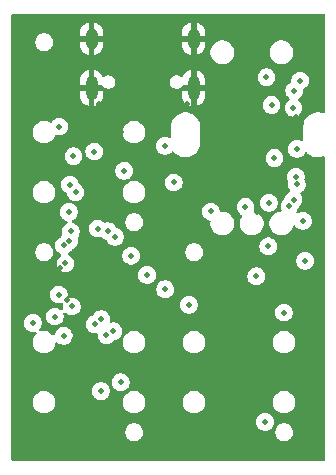
<source format=gbr>
%TF.GenerationSoftware,KiCad,Pcbnew,9.0.2*%
%TF.CreationDate,2025-12-20T10:00:59+01:00*%
%TF.ProjectId,synthmate_L432,73796e74-686d-4617-9465-5f4c3433322e,rev?*%
%TF.SameCoordinates,Original*%
%TF.FileFunction,Copper,L2,Inr*%
%TF.FilePolarity,Positive*%
%FSLAX46Y46*%
G04 Gerber Fmt 4.6, Leading zero omitted, Abs format (unit mm)*
G04 Created by KiCad (PCBNEW 9.0.2) date 2025-12-20 10:00:59*
%MOMM*%
%LPD*%
G01*
G04 APERTURE LIST*
%TA.AperFunction,HeatsinkPad*%
%ADD10O,1.000000X2.100000*%
%TD*%
%TA.AperFunction,HeatsinkPad*%
%ADD11O,1.000000X1.800000*%
%TD*%
%TA.AperFunction,ViaPad*%
%ADD12C,0.500000*%
%TD*%
G04 APERTURE END LIST*
D10*
%TO.N,GND*%
%TO.C,J1*%
X142200000Y-77530000D03*
D11*
X142200000Y-73350000D03*
D10*
X133560000Y-77530000D03*
D11*
X133560000Y-73350000D03*
%TD*%
D12*
%TO.N,3V3*%
X150950000Y-82690000D03*
X151450000Y-88790000D03*
X133800000Y-82910000D03*
X128600000Y-97430000D03*
X131200000Y-98520000D03*
X139770000Y-82430000D03*
X134360000Y-103190000D03*
X150660000Y-79200000D03*
X148525000Y-90940000D03*
X149050000Y-83460000D03*
X132210000Y-86350000D03*
X138260000Y-93359964D03*
X148370000Y-76620000D03*
X148250000Y-105800000D03*
X150730000Y-77750000D03*
X132030000Y-83310000D03*
X149850000Y-96540000D03*
X130780000Y-95020000D03*
X131650000Y-88030000D03*
X141810000Y-95890000D03*
X148800000Y-78970000D03*
%TO.N,GND*%
X133200000Y-79260000D03*
X144040000Y-76390000D03*
X150910000Y-79950000D03*
X137170000Y-100250000D03*
X134950000Y-106300000D03*
X141020000Y-89810000D03*
X148270000Y-98440000D03*
X149930000Y-100260000D03*
X134170000Y-78910000D03*
X141670000Y-78900000D03*
X134550000Y-93890000D03*
X149540000Y-76190000D03*
X149940000Y-92450000D03*
X137840000Y-95100000D03*
X133110000Y-90730000D03*
X132150000Y-75560000D03*
X131800000Y-80530000D03*
X137620000Y-92450000D03*
X147950000Y-75680000D03*
X128770000Y-93850000D03*
X141190000Y-93330000D03*
X131250000Y-100170000D03*
X143800000Y-83000000D03*
X145210000Y-107520000D03*
X147565000Y-88030000D03*
X142520000Y-96860000D03*
X136070000Y-81260000D03*
X150970000Y-74510000D03*
X128130000Y-95320000D03*
X130740000Y-86930000D03*
X145540000Y-75810000D03*
X127870000Y-82180000D03*
X136830000Y-82930000D03*
X131510000Y-95450000D03*
X146610000Y-79820000D03*
X130850000Y-92770000D03*
X138850000Y-81510000D03*
%TO.N,NRST*%
X131900100Y-96023700D03*
X130455000Y-96884300D03*
%TO.N,enc_A*%
X139794800Y-94579300D03*
X134371700Y-97104300D03*
%TO.N,BOOT0*%
X133814300Y-97535400D03*
X131351000Y-92387300D03*
X146590000Y-87592300D03*
%TO.N,Net-(C17-Pad1)*%
X151641400Y-92165000D03*
X136033900Y-102450900D03*
%TO.N,SWCLK*%
X134945100Y-89653400D03*
%TO.N,enc_B*%
X135405500Y-98132800D03*
X143652800Y-87978500D03*
%TO.N,USART1_RX*%
X136925200Y-91725400D03*
X134081000Y-89434500D03*
%TO.N,pushbutton_B*%
X131801000Y-89672600D03*
X150322100Y-87506400D03*
%TO.N,pushbutton_A*%
X150848700Y-85053700D03*
X131216800Y-90858400D03*
%TO.N,SWDIO*%
X135537800Y-90136400D03*
%TO.N,Net-(C8-Pad1)*%
X150665100Y-86973400D03*
X140515900Y-85525000D03*
%TO.N,Net-(C9-Pad1)*%
X150956000Y-85679300D03*
X147512200Y-93479100D03*
%TO.N,Net-(R1-Pad1)*%
X151233100Y-76905000D03*
%TO.N,usb_switch*%
X134827100Y-98447700D03*
X131726300Y-85713600D03*
%TO.N,Net-(U1-PA9)*%
X136338300Y-84543900D03*
X130830000Y-80801800D03*
%TO.N,pushbutton_C*%
X131674800Y-90467400D03*
X148573300Y-87255000D03*
%TD*%
%TA.AperFunction,Conductor*%
%TO.N,GND*%
G36*
X153292539Y-71300185D02*
G01*
X153338294Y-71352989D01*
X153349500Y-71404500D01*
X153349500Y-79565762D01*
X153329815Y-79632801D01*
X153277011Y-79678556D01*
X153207853Y-79688500D01*
X153187182Y-79683693D01*
X153022828Y-79630291D01*
X152828422Y-79599500D01*
X152828417Y-79599500D01*
X152631583Y-79599500D01*
X152631578Y-79599500D01*
X152437173Y-79630290D01*
X152249970Y-79691117D01*
X152074594Y-79780476D01*
X152071188Y-79782951D01*
X151915354Y-79896172D01*
X151915352Y-79896174D01*
X151915351Y-79896174D01*
X151776174Y-80035351D01*
X151776174Y-80035352D01*
X151776172Y-80035354D01*
X151743631Y-80080143D01*
X151660476Y-80194594D01*
X151571117Y-80369970D01*
X151510290Y-80557173D01*
X151479500Y-80751577D01*
X151479500Y-81911411D01*
X151459815Y-81978450D01*
X151407011Y-82024205D01*
X151337853Y-82034149D01*
X151308048Y-82025972D01*
X151168917Y-81968343D01*
X151168907Y-81968340D01*
X151023920Y-81939500D01*
X151023918Y-81939500D01*
X150876082Y-81939500D01*
X150876080Y-81939500D01*
X150731092Y-81968340D01*
X150731082Y-81968343D01*
X150594511Y-82024912D01*
X150594498Y-82024919D01*
X150471584Y-82107048D01*
X150471580Y-82107051D01*
X150367051Y-82211580D01*
X150367048Y-82211584D01*
X150284919Y-82334498D01*
X150284912Y-82334511D01*
X150228343Y-82471082D01*
X150228340Y-82471092D01*
X150199500Y-82616079D01*
X150199500Y-82616082D01*
X150199500Y-82763918D01*
X150199500Y-82763920D01*
X150199499Y-82763920D01*
X150228340Y-82908907D01*
X150228343Y-82908917D01*
X150284912Y-83045488D01*
X150284919Y-83045501D01*
X150367048Y-83168415D01*
X150367051Y-83168419D01*
X150471580Y-83272948D01*
X150471584Y-83272951D01*
X150594498Y-83355080D01*
X150594511Y-83355087D01*
X150704149Y-83400500D01*
X150731087Y-83411658D01*
X150731091Y-83411658D01*
X150731092Y-83411659D01*
X150876079Y-83440500D01*
X150876082Y-83440500D01*
X151023920Y-83440500D01*
X151121462Y-83421096D01*
X151168913Y-83411658D01*
X151305495Y-83355084D01*
X151428416Y-83272951D01*
X151532951Y-83168416D01*
X151615084Y-83045495D01*
X151615086Y-83045488D01*
X151617954Y-83040125D01*
X151619076Y-83040724D01*
X151658768Y-82991469D01*
X151725062Y-82969404D01*
X151792762Y-82986683D01*
X151817170Y-83005644D01*
X151915354Y-83103828D01*
X152074595Y-83219524D01*
X152116925Y-83241092D01*
X152249970Y-83308882D01*
X152249972Y-83308882D01*
X152249975Y-83308884D01*
X152350317Y-83341487D01*
X152437173Y-83369709D01*
X152631578Y-83400500D01*
X152631583Y-83400500D01*
X152828422Y-83400500D01*
X153022826Y-83369709D01*
X153187182Y-83316305D01*
X153257022Y-83314311D01*
X153316855Y-83350391D01*
X153347684Y-83413091D01*
X153349500Y-83434237D01*
X153349500Y-108965500D01*
X153329815Y-109032539D01*
X153277011Y-109078294D01*
X153225500Y-109089500D01*
X126864500Y-109089500D01*
X126797461Y-109069815D01*
X126751706Y-109017011D01*
X126740500Y-108965500D01*
X126740500Y-106753920D01*
X136409499Y-106753920D01*
X136438340Y-106898907D01*
X136438343Y-106898917D01*
X136494912Y-107035488D01*
X136494919Y-107035501D01*
X136577048Y-107158415D01*
X136577051Y-107158419D01*
X136681580Y-107262948D01*
X136681584Y-107262951D01*
X136804498Y-107345080D01*
X136804511Y-107345087D01*
X136941082Y-107401656D01*
X136941087Y-107401658D01*
X136941091Y-107401658D01*
X136941092Y-107401659D01*
X137086079Y-107430500D01*
X137086082Y-107430500D01*
X137233920Y-107430500D01*
X137331462Y-107411096D01*
X137378913Y-107401658D01*
X137515495Y-107345084D01*
X137638416Y-107262951D01*
X137742951Y-107158416D01*
X137825084Y-107035495D01*
X137881658Y-106898913D01*
X137910500Y-106753920D01*
X149109499Y-106753920D01*
X149138340Y-106898907D01*
X149138343Y-106898917D01*
X149194912Y-107035488D01*
X149194919Y-107035501D01*
X149277048Y-107158415D01*
X149277051Y-107158419D01*
X149381580Y-107262948D01*
X149381584Y-107262951D01*
X149504498Y-107345080D01*
X149504511Y-107345087D01*
X149641082Y-107401656D01*
X149641087Y-107401658D01*
X149641091Y-107401658D01*
X149641092Y-107401659D01*
X149786079Y-107430500D01*
X149786082Y-107430500D01*
X149933920Y-107430500D01*
X150031462Y-107411096D01*
X150078913Y-107401658D01*
X150215495Y-107345084D01*
X150338416Y-107262951D01*
X150442951Y-107158416D01*
X150525084Y-107035495D01*
X150581658Y-106898913D01*
X150610500Y-106753918D01*
X150610500Y-106606082D01*
X150610500Y-106606079D01*
X150581659Y-106461092D01*
X150581658Y-106461091D01*
X150581658Y-106461087D01*
X150549292Y-106382948D01*
X150525087Y-106324511D01*
X150525080Y-106324498D01*
X150442951Y-106201584D01*
X150442948Y-106201580D01*
X150338419Y-106097051D01*
X150338415Y-106097048D01*
X150215501Y-106014919D01*
X150215488Y-106014912D01*
X150078917Y-105958343D01*
X150078907Y-105958340D01*
X149933920Y-105929500D01*
X149933918Y-105929500D01*
X149786082Y-105929500D01*
X149786080Y-105929500D01*
X149641092Y-105958340D01*
X149641082Y-105958343D01*
X149504511Y-106014912D01*
X149504498Y-106014919D01*
X149381584Y-106097048D01*
X149381580Y-106097051D01*
X149277051Y-106201580D01*
X149277048Y-106201584D01*
X149194919Y-106324498D01*
X149194912Y-106324511D01*
X149138343Y-106461082D01*
X149138340Y-106461092D01*
X149109500Y-106606079D01*
X149109500Y-106606082D01*
X149109500Y-106753918D01*
X149109500Y-106753920D01*
X149109499Y-106753920D01*
X137910500Y-106753920D01*
X137910500Y-106753918D01*
X137910500Y-106606082D01*
X137910500Y-106606079D01*
X137881659Y-106461092D01*
X137881658Y-106461091D01*
X137881658Y-106461087D01*
X137849292Y-106382948D01*
X137825087Y-106324511D01*
X137825080Y-106324498D01*
X137742951Y-106201584D01*
X137742948Y-106201580D01*
X137638419Y-106097051D01*
X137638415Y-106097048D01*
X137515501Y-106014919D01*
X137515488Y-106014912D01*
X137378917Y-105958343D01*
X137378907Y-105958340D01*
X137233920Y-105929500D01*
X137233918Y-105929500D01*
X137086082Y-105929500D01*
X137086080Y-105929500D01*
X136941092Y-105958340D01*
X136941082Y-105958343D01*
X136804511Y-106014912D01*
X136804498Y-106014919D01*
X136681584Y-106097048D01*
X136681580Y-106097051D01*
X136577051Y-106201580D01*
X136577048Y-106201584D01*
X136494919Y-106324498D01*
X136494912Y-106324511D01*
X136438343Y-106461082D01*
X136438340Y-106461092D01*
X136409500Y-106606079D01*
X136409500Y-106606082D01*
X136409500Y-106753918D01*
X136409500Y-106753920D01*
X136409499Y-106753920D01*
X126740500Y-106753920D01*
X126740500Y-105873920D01*
X147499499Y-105873920D01*
X147528340Y-106018907D01*
X147528343Y-106018917D01*
X147584912Y-106155488D01*
X147584919Y-106155501D01*
X147667048Y-106278415D01*
X147667051Y-106278419D01*
X147771580Y-106382948D01*
X147771584Y-106382951D01*
X147894498Y-106465080D01*
X147894511Y-106465087D01*
X148031082Y-106521656D01*
X148031087Y-106521658D01*
X148031091Y-106521658D01*
X148031092Y-106521659D01*
X148176079Y-106550500D01*
X148176082Y-106550500D01*
X148323920Y-106550500D01*
X148421462Y-106531096D01*
X148468913Y-106521658D01*
X148605495Y-106465084D01*
X148728416Y-106382951D01*
X148832951Y-106278416D01*
X148915084Y-106155495D01*
X148971658Y-106018913D01*
X149000500Y-105873918D01*
X149000500Y-105726082D01*
X149000500Y-105726079D01*
X148971659Y-105581092D01*
X148971658Y-105581091D01*
X148971658Y-105581087D01*
X148971656Y-105581082D01*
X148915087Y-105444511D01*
X148915080Y-105444498D01*
X148832951Y-105321584D01*
X148832948Y-105321580D01*
X148728419Y-105217051D01*
X148728415Y-105217048D01*
X148605501Y-105134919D01*
X148605488Y-105134912D01*
X148468917Y-105078343D01*
X148468907Y-105078340D01*
X148323920Y-105049500D01*
X148323918Y-105049500D01*
X148176082Y-105049500D01*
X148176080Y-105049500D01*
X148031092Y-105078340D01*
X148031082Y-105078343D01*
X147894511Y-105134912D01*
X147894498Y-105134919D01*
X147771584Y-105217048D01*
X147771580Y-105217051D01*
X147667051Y-105321580D01*
X147667048Y-105321584D01*
X147584919Y-105444498D01*
X147584912Y-105444511D01*
X147528343Y-105581082D01*
X147528340Y-105581092D01*
X147499500Y-105726079D01*
X147499500Y-105726082D01*
X147499500Y-105873918D01*
X147499500Y-105873920D01*
X147499499Y-105873920D01*
X126740500Y-105873920D01*
X126740500Y-104046379D01*
X128589500Y-104046379D01*
X128589500Y-104233620D01*
X128626025Y-104417243D01*
X128626027Y-104417251D01*
X128697676Y-104590228D01*
X128697681Y-104590237D01*
X128801697Y-104745907D01*
X128801700Y-104745911D01*
X128934088Y-104878299D01*
X128934092Y-104878302D01*
X129089762Y-104982318D01*
X129089768Y-104982321D01*
X129089769Y-104982322D01*
X129262749Y-105053973D01*
X129446379Y-105090499D01*
X129446383Y-105090500D01*
X129446384Y-105090500D01*
X129633617Y-105090500D01*
X129633618Y-105090499D01*
X129817251Y-105053973D01*
X129990231Y-104982322D01*
X130145908Y-104878302D01*
X130278302Y-104745908D01*
X130382322Y-104590231D01*
X130453973Y-104417251D01*
X130490500Y-104233616D01*
X130490500Y-104046384D01*
X130490499Y-104046379D01*
X136209500Y-104046379D01*
X136209500Y-104233620D01*
X136246025Y-104417243D01*
X136246027Y-104417251D01*
X136317676Y-104590228D01*
X136317681Y-104590237D01*
X136421697Y-104745907D01*
X136421700Y-104745911D01*
X136554088Y-104878299D01*
X136554092Y-104878302D01*
X136709762Y-104982318D01*
X136709768Y-104982321D01*
X136709769Y-104982322D01*
X136882749Y-105053973D01*
X137066379Y-105090499D01*
X137066383Y-105090500D01*
X137066384Y-105090500D01*
X137253617Y-105090500D01*
X137253618Y-105090499D01*
X137437251Y-105053973D01*
X137610231Y-104982322D01*
X137765908Y-104878302D01*
X137898302Y-104745908D01*
X138002322Y-104590231D01*
X138073973Y-104417251D01*
X138110500Y-104233616D01*
X138110500Y-104046384D01*
X138110499Y-104046379D01*
X141289500Y-104046379D01*
X141289500Y-104233620D01*
X141326025Y-104417243D01*
X141326027Y-104417251D01*
X141397676Y-104590228D01*
X141397681Y-104590237D01*
X141501697Y-104745907D01*
X141501700Y-104745911D01*
X141634088Y-104878299D01*
X141634092Y-104878302D01*
X141789762Y-104982318D01*
X141789768Y-104982321D01*
X141789769Y-104982322D01*
X141962749Y-105053973D01*
X142146379Y-105090499D01*
X142146383Y-105090500D01*
X142146384Y-105090500D01*
X142333617Y-105090500D01*
X142333618Y-105090499D01*
X142517251Y-105053973D01*
X142690231Y-104982322D01*
X142845908Y-104878302D01*
X142978302Y-104745908D01*
X143082322Y-104590231D01*
X143153973Y-104417251D01*
X143190500Y-104233616D01*
X143190500Y-104046384D01*
X143190499Y-104046379D01*
X148909500Y-104046379D01*
X148909500Y-104233620D01*
X148946025Y-104417243D01*
X148946027Y-104417251D01*
X149017676Y-104590228D01*
X149017681Y-104590237D01*
X149121697Y-104745907D01*
X149121700Y-104745911D01*
X149254088Y-104878299D01*
X149254092Y-104878302D01*
X149409762Y-104982318D01*
X149409768Y-104982321D01*
X149409769Y-104982322D01*
X149582749Y-105053973D01*
X149766379Y-105090499D01*
X149766383Y-105090500D01*
X149766384Y-105090500D01*
X149953617Y-105090500D01*
X149953618Y-105090499D01*
X150137251Y-105053973D01*
X150310231Y-104982322D01*
X150465908Y-104878302D01*
X150598302Y-104745908D01*
X150702322Y-104590231D01*
X150773973Y-104417251D01*
X150810500Y-104233616D01*
X150810500Y-104046384D01*
X150773973Y-103862749D01*
X150702322Y-103689769D01*
X150702321Y-103689768D01*
X150702318Y-103689762D01*
X150598302Y-103534092D01*
X150598299Y-103534088D01*
X150465911Y-103401700D01*
X150465907Y-103401697D01*
X150310237Y-103297681D01*
X150310228Y-103297676D01*
X150137251Y-103226027D01*
X150137243Y-103226025D01*
X149953620Y-103189500D01*
X149953616Y-103189500D01*
X149766384Y-103189500D01*
X149766379Y-103189500D01*
X149582756Y-103226025D01*
X149582748Y-103226027D01*
X149409771Y-103297676D01*
X149409762Y-103297681D01*
X149254092Y-103401697D01*
X149254088Y-103401700D01*
X149121700Y-103534088D01*
X149121697Y-103534092D01*
X149017681Y-103689762D01*
X149017676Y-103689771D01*
X148946027Y-103862748D01*
X148946025Y-103862756D01*
X148909500Y-104046379D01*
X143190499Y-104046379D01*
X143153973Y-103862749D01*
X143082322Y-103689769D01*
X143082321Y-103689768D01*
X143082318Y-103689762D01*
X142978302Y-103534092D01*
X142978299Y-103534088D01*
X142845911Y-103401700D01*
X142845907Y-103401697D01*
X142690237Y-103297681D01*
X142690228Y-103297676D01*
X142517251Y-103226027D01*
X142517243Y-103226025D01*
X142333620Y-103189500D01*
X142333616Y-103189500D01*
X142146384Y-103189500D01*
X142146379Y-103189500D01*
X141962756Y-103226025D01*
X141962748Y-103226027D01*
X141789771Y-103297676D01*
X141789762Y-103297681D01*
X141634092Y-103401697D01*
X141634088Y-103401700D01*
X141501700Y-103534088D01*
X141501697Y-103534092D01*
X141397681Y-103689762D01*
X141397676Y-103689771D01*
X141326027Y-103862748D01*
X141326025Y-103862756D01*
X141289500Y-104046379D01*
X138110499Y-104046379D01*
X138073973Y-103862749D01*
X138002322Y-103689769D01*
X138002321Y-103689768D01*
X138002318Y-103689762D01*
X137898302Y-103534092D01*
X137898299Y-103534088D01*
X137765911Y-103401700D01*
X137765907Y-103401697D01*
X137610237Y-103297681D01*
X137610228Y-103297676D01*
X137437251Y-103226027D01*
X137437243Y-103226025D01*
X137253620Y-103189500D01*
X137253616Y-103189500D01*
X137066384Y-103189500D01*
X137066379Y-103189500D01*
X136882756Y-103226025D01*
X136882748Y-103226027D01*
X136709771Y-103297676D01*
X136709762Y-103297681D01*
X136554092Y-103401697D01*
X136554088Y-103401700D01*
X136421700Y-103534088D01*
X136421697Y-103534092D01*
X136317681Y-103689762D01*
X136317676Y-103689771D01*
X136246027Y-103862748D01*
X136246025Y-103862756D01*
X136209500Y-104046379D01*
X130490499Y-104046379D01*
X130453973Y-103862749D01*
X130382322Y-103689769D01*
X130382321Y-103689768D01*
X130382318Y-103689762D01*
X130278302Y-103534092D01*
X130278299Y-103534088D01*
X130145911Y-103401700D01*
X130145907Y-103401697D01*
X129990237Y-103297681D01*
X129990228Y-103297676D01*
X129908733Y-103263920D01*
X133609499Y-103263920D01*
X133638340Y-103408907D01*
X133638343Y-103408917D01*
X133694912Y-103545488D01*
X133694919Y-103545501D01*
X133777048Y-103668415D01*
X133777051Y-103668419D01*
X133881580Y-103772948D01*
X133881584Y-103772951D01*
X134004498Y-103855080D01*
X134004511Y-103855087D01*
X134141082Y-103911656D01*
X134141087Y-103911658D01*
X134141091Y-103911658D01*
X134141092Y-103911659D01*
X134286079Y-103940500D01*
X134286082Y-103940500D01*
X134433920Y-103940500D01*
X134543639Y-103918675D01*
X134567301Y-103913967D01*
X134578913Y-103911658D01*
X134696990Y-103862749D01*
X134715488Y-103855087D01*
X134715488Y-103855086D01*
X134715495Y-103855084D01*
X134838416Y-103772951D01*
X134942951Y-103668416D01*
X135025084Y-103545495D01*
X135081658Y-103408913D01*
X135110500Y-103263918D01*
X135110500Y-103116082D01*
X135110500Y-103116079D01*
X135081659Y-102971092D01*
X135081658Y-102971091D01*
X135081658Y-102971087D01*
X135064356Y-102929315D01*
X135025087Y-102834511D01*
X135025080Y-102834498D01*
X134942951Y-102711584D01*
X134942948Y-102711580D01*
X134838419Y-102607051D01*
X134838415Y-102607048D01*
X134715501Y-102524919D01*
X134715492Y-102524914D01*
X134715265Y-102524820D01*
X135283399Y-102524820D01*
X135312240Y-102669807D01*
X135312243Y-102669817D01*
X135368812Y-102806388D01*
X135368819Y-102806401D01*
X135450948Y-102929315D01*
X135450951Y-102929319D01*
X135555480Y-103033848D01*
X135555484Y-103033851D01*
X135678398Y-103115980D01*
X135678411Y-103115987D01*
X135814982Y-103172556D01*
X135814987Y-103172558D01*
X135814991Y-103172558D01*
X135814992Y-103172559D01*
X135959979Y-103201400D01*
X135959982Y-103201400D01*
X136107820Y-103201400D01*
X136205362Y-103181996D01*
X136252813Y-103172558D01*
X136358447Y-103128802D01*
X136389388Y-103115987D01*
X136389388Y-103115986D01*
X136389395Y-103115984D01*
X136512316Y-103033851D01*
X136616851Y-102929316D01*
X136698984Y-102806395D01*
X136755558Y-102669813D01*
X136764996Y-102622362D01*
X136784400Y-102524820D01*
X136784400Y-102376979D01*
X136755559Y-102231992D01*
X136755558Y-102231991D01*
X136755558Y-102231987D01*
X136755556Y-102231982D01*
X136698987Y-102095411D01*
X136698980Y-102095398D01*
X136616851Y-101972484D01*
X136616848Y-101972480D01*
X136512319Y-101867951D01*
X136512315Y-101867948D01*
X136389401Y-101785819D01*
X136389388Y-101785812D01*
X136252817Y-101729243D01*
X136252807Y-101729240D01*
X136107820Y-101700400D01*
X136107818Y-101700400D01*
X135959982Y-101700400D01*
X135959980Y-101700400D01*
X135814992Y-101729240D01*
X135814982Y-101729243D01*
X135678411Y-101785812D01*
X135678398Y-101785819D01*
X135555484Y-101867948D01*
X135555480Y-101867951D01*
X135450951Y-101972480D01*
X135450948Y-101972484D01*
X135368819Y-102095398D01*
X135368812Y-102095411D01*
X135312243Y-102231982D01*
X135312240Y-102231992D01*
X135283400Y-102376979D01*
X135283400Y-102376982D01*
X135283400Y-102524818D01*
X135283400Y-102524820D01*
X135283399Y-102524820D01*
X134715265Y-102524820D01*
X134620218Y-102485451D01*
X134620216Y-102485450D01*
X134578917Y-102468343D01*
X134578907Y-102468340D01*
X134433920Y-102439500D01*
X134433918Y-102439500D01*
X134286082Y-102439500D01*
X134286080Y-102439500D01*
X134141092Y-102468340D01*
X134141082Y-102468343D01*
X134004511Y-102524912D01*
X134004498Y-102524919D01*
X133881584Y-102607048D01*
X133881580Y-102607051D01*
X133777051Y-102711580D01*
X133777048Y-102711584D01*
X133694919Y-102834498D01*
X133694912Y-102834511D01*
X133638343Y-102971082D01*
X133638340Y-102971092D01*
X133609500Y-103116079D01*
X133609500Y-103116082D01*
X133609500Y-103263918D01*
X133609500Y-103263920D01*
X133609499Y-103263920D01*
X129908733Y-103263920D01*
X129817251Y-103226027D01*
X129817243Y-103226025D01*
X129633620Y-103189500D01*
X129633616Y-103189500D01*
X129446384Y-103189500D01*
X129446379Y-103189500D01*
X129262756Y-103226025D01*
X129262748Y-103226027D01*
X129089771Y-103297676D01*
X129089762Y-103297681D01*
X128934092Y-103401697D01*
X128934088Y-103401700D01*
X128801700Y-103534088D01*
X128801697Y-103534092D01*
X128697681Y-103689762D01*
X128697676Y-103689771D01*
X128626027Y-103862748D01*
X128626025Y-103862756D01*
X128589500Y-104046379D01*
X126740500Y-104046379D01*
X126740500Y-97503920D01*
X127849499Y-97503920D01*
X127878340Y-97648907D01*
X127878343Y-97648917D01*
X127934912Y-97785488D01*
X127934919Y-97785501D01*
X128017048Y-97908415D01*
X128017051Y-97908419D01*
X128121580Y-98012948D01*
X128121584Y-98012951D01*
X128244498Y-98095080D01*
X128244511Y-98095087D01*
X128368649Y-98146506D01*
X128381087Y-98151658D01*
X128381091Y-98151658D01*
X128381092Y-98151659D01*
X128526079Y-98180500D01*
X128526082Y-98180500D01*
X128673919Y-98180500D01*
X128693815Y-98176542D01*
X128774033Y-98160585D01*
X128843623Y-98166812D01*
X128898801Y-98209674D01*
X128922046Y-98275563D01*
X128905979Y-98343560D01*
X128885906Y-98369883D01*
X128801697Y-98454092D01*
X128697681Y-98609762D01*
X128697676Y-98609771D01*
X128626027Y-98782748D01*
X128626025Y-98782756D01*
X128589500Y-98966379D01*
X128589500Y-99153620D01*
X128626025Y-99337243D01*
X128626027Y-99337251D01*
X128697676Y-99510228D01*
X128697681Y-99510237D01*
X128801697Y-99665907D01*
X128801700Y-99665911D01*
X128934088Y-99798299D01*
X128934092Y-99798302D01*
X129089762Y-99902318D01*
X129089768Y-99902321D01*
X129089769Y-99902322D01*
X129262749Y-99973973D01*
X129443865Y-100009999D01*
X129446379Y-100010499D01*
X129446383Y-100010500D01*
X129446384Y-100010500D01*
X129633617Y-100010500D01*
X129633618Y-100010499D01*
X129817251Y-99973973D01*
X129990231Y-99902322D01*
X130145908Y-99798302D01*
X130278302Y-99665908D01*
X130382322Y-99510231D01*
X130453973Y-99337251D01*
X130484241Y-99185084D01*
X130491689Y-99147641D01*
X130494073Y-99148115D01*
X130516223Y-99093258D01*
X130573257Y-99052898D01*
X130643057Y-99049779D01*
X130701148Y-99082516D01*
X130721580Y-99102948D01*
X130721584Y-99102951D01*
X130844498Y-99185080D01*
X130844511Y-99185087D01*
X130981082Y-99241656D01*
X130981087Y-99241658D01*
X130981091Y-99241658D01*
X130981092Y-99241659D01*
X131126079Y-99270500D01*
X131126082Y-99270500D01*
X131273920Y-99270500D01*
X131371462Y-99251096D01*
X131418913Y-99241658D01*
X131555495Y-99185084D01*
X131678416Y-99102951D01*
X131782951Y-98998416D01*
X131865084Y-98875495D01*
X131921658Y-98738913D01*
X131947059Y-98611216D01*
X131950500Y-98593920D01*
X131950500Y-98446079D01*
X131921659Y-98301092D01*
X131921658Y-98301089D01*
X131921658Y-98301087D01*
X131915367Y-98285900D01*
X131865087Y-98164511D01*
X131865080Y-98164498D01*
X131782951Y-98041584D01*
X131782948Y-98041580D01*
X131678419Y-97937051D01*
X131678415Y-97937048D01*
X131555501Y-97854919D01*
X131555488Y-97854912D01*
X131418917Y-97798343D01*
X131418907Y-97798340D01*
X131273920Y-97769500D01*
X131273918Y-97769500D01*
X131126082Y-97769500D01*
X131126080Y-97769500D01*
X130981092Y-97798340D01*
X130981082Y-97798343D01*
X130844511Y-97854912D01*
X130844498Y-97854919D01*
X130721584Y-97937048D01*
X130721580Y-97937051D01*
X130617051Y-98041580D01*
X130617048Y-98041584D01*
X130534919Y-98164498D01*
X130534912Y-98164511D01*
X130478343Y-98301082D01*
X130478341Y-98301089D01*
X130465025Y-98368029D01*
X130432639Y-98429939D01*
X130371922Y-98464512D01*
X130302153Y-98460771D01*
X130255727Y-98431516D01*
X130145911Y-98321700D01*
X130145907Y-98321697D01*
X129990237Y-98217681D01*
X129990228Y-98217676D01*
X129817251Y-98146027D01*
X129817243Y-98146025D01*
X129633620Y-98109500D01*
X129633616Y-98109500D01*
X129446384Y-98109500D01*
X129446379Y-98109500D01*
X129267445Y-98145092D01*
X129197853Y-98138865D01*
X129142676Y-98096001D01*
X129119432Y-98030112D01*
X129135500Y-97962115D01*
X129155570Y-97935796D01*
X129182951Y-97908416D01*
X129265084Y-97785495D01*
X129321658Y-97648913D01*
X129341364Y-97549848D01*
X129350500Y-97503920D01*
X129350500Y-97356079D01*
X129321659Y-97211092D01*
X129321658Y-97211091D01*
X129321658Y-97211087D01*
X129319173Y-97205087D01*
X129265087Y-97074511D01*
X129265080Y-97074498D01*
X129187385Y-96958220D01*
X129704499Y-96958220D01*
X129733340Y-97103207D01*
X129733343Y-97103217D01*
X129789912Y-97239788D01*
X129789919Y-97239801D01*
X129872048Y-97362715D01*
X129872051Y-97362719D01*
X129976580Y-97467248D01*
X129976584Y-97467251D01*
X130099498Y-97549380D01*
X130099511Y-97549387D01*
X130236082Y-97605956D01*
X130236087Y-97605958D01*
X130236091Y-97605958D01*
X130236092Y-97605959D01*
X130381079Y-97634800D01*
X130381082Y-97634800D01*
X130528920Y-97634800D01*
X130657011Y-97609320D01*
X133063799Y-97609320D01*
X133092640Y-97754307D01*
X133092643Y-97754317D01*
X133149212Y-97890888D01*
X133149219Y-97890901D01*
X133231348Y-98013815D01*
X133231351Y-98013819D01*
X133335880Y-98118348D01*
X133335884Y-98118351D01*
X133458798Y-98200480D01*
X133458811Y-98200487D01*
X133595382Y-98257056D01*
X133595387Y-98257058D01*
X133595391Y-98257058D01*
X133595392Y-98257059D01*
X133740379Y-98285900D01*
X133740382Y-98285900D01*
X133888220Y-98285900D01*
X133928408Y-98277906D01*
X133998000Y-98284133D01*
X134053177Y-98326996D01*
X134076422Y-98392885D01*
X134076600Y-98399523D01*
X134076600Y-98521618D01*
X134076600Y-98521620D01*
X134076599Y-98521620D01*
X134105440Y-98666607D01*
X134105443Y-98666617D01*
X134162012Y-98803188D01*
X134162019Y-98803201D01*
X134244148Y-98926115D01*
X134244151Y-98926119D01*
X134348680Y-99030648D01*
X134348684Y-99030651D01*
X134471598Y-99112780D01*
X134471611Y-99112787D01*
X134570192Y-99153620D01*
X134608187Y-99169358D01*
X134608191Y-99169358D01*
X134608192Y-99169359D01*
X134753179Y-99198200D01*
X134753182Y-99198200D01*
X134901020Y-99198200D01*
X134998562Y-99178796D01*
X135046013Y-99169358D01*
X135182595Y-99112784D01*
X135305516Y-99030651D01*
X135369739Y-98966428D01*
X136210000Y-98966428D01*
X136210000Y-99153571D01*
X136246506Y-99337097D01*
X136246508Y-99337105D01*
X136318119Y-99509991D01*
X136318124Y-99510000D01*
X136422086Y-99665589D01*
X136422089Y-99665593D01*
X136554406Y-99797910D01*
X136554410Y-99797913D01*
X136709999Y-99901875D01*
X136710008Y-99901880D01*
X136882894Y-99973491D01*
X136882902Y-99973493D01*
X137066428Y-100009999D01*
X137066431Y-100010000D01*
X137253569Y-100010000D01*
X137253571Y-100009999D01*
X137437097Y-99973493D01*
X137437105Y-99973491D01*
X137609991Y-99901880D01*
X137610000Y-99901875D01*
X137765589Y-99797913D01*
X137765593Y-99797910D01*
X137897910Y-99665593D01*
X137897913Y-99665589D01*
X138001875Y-99510000D01*
X138001880Y-99509991D01*
X138073491Y-99337105D01*
X138073493Y-99337097D01*
X138109999Y-99153571D01*
X138110000Y-99153569D01*
X138110000Y-98966429D01*
X138109990Y-98966379D01*
X141289500Y-98966379D01*
X141289500Y-99153620D01*
X141326025Y-99337243D01*
X141326027Y-99337251D01*
X141397676Y-99510228D01*
X141397681Y-99510237D01*
X141501697Y-99665907D01*
X141501700Y-99665911D01*
X141634088Y-99798299D01*
X141634092Y-99798302D01*
X141789762Y-99902318D01*
X141789768Y-99902321D01*
X141789769Y-99902322D01*
X141962749Y-99973973D01*
X142143865Y-100009999D01*
X142146379Y-100010499D01*
X142146383Y-100010500D01*
X142146384Y-100010500D01*
X142333617Y-100010500D01*
X142333618Y-100010499D01*
X142517251Y-99973973D01*
X142690231Y-99902322D01*
X142845908Y-99798302D01*
X142978302Y-99665908D01*
X143082322Y-99510231D01*
X143153973Y-99337251D01*
X143190500Y-99153616D01*
X143190500Y-98966428D01*
X148910000Y-98966428D01*
X148910000Y-99153571D01*
X148946506Y-99337097D01*
X148946508Y-99337105D01*
X149018119Y-99509991D01*
X149018124Y-99510000D01*
X149122086Y-99665589D01*
X149122089Y-99665593D01*
X149254406Y-99797910D01*
X149254410Y-99797913D01*
X149409999Y-99901875D01*
X149410008Y-99901880D01*
X149582894Y-99973491D01*
X149582902Y-99973493D01*
X149766428Y-100009999D01*
X149766431Y-100010000D01*
X149953569Y-100010000D01*
X149953571Y-100009999D01*
X150137097Y-99973493D01*
X150137105Y-99973491D01*
X150309991Y-99901880D01*
X150310000Y-99901875D01*
X150465589Y-99797913D01*
X150465593Y-99797910D01*
X150597910Y-99665593D01*
X150597913Y-99665589D01*
X150701875Y-99510000D01*
X150701880Y-99509991D01*
X150773491Y-99337105D01*
X150773493Y-99337097D01*
X150809999Y-99153571D01*
X150810000Y-99153569D01*
X150810000Y-98966430D01*
X150809999Y-98966428D01*
X150773493Y-98782902D01*
X150773491Y-98782894D01*
X150701880Y-98610008D01*
X150701875Y-98609999D01*
X150597913Y-98454410D01*
X150597910Y-98454406D01*
X150465593Y-98322089D01*
X150465589Y-98322086D01*
X150310000Y-98218124D01*
X150309991Y-98218119D01*
X150137105Y-98146508D01*
X150137097Y-98146506D01*
X149953570Y-98110000D01*
X149766430Y-98110000D01*
X149582902Y-98146506D01*
X149582894Y-98146508D01*
X149410008Y-98218119D01*
X149409999Y-98218124D01*
X149254410Y-98322086D01*
X149254406Y-98322089D01*
X149122089Y-98454406D01*
X149122086Y-98454410D01*
X149018124Y-98609999D01*
X149018119Y-98610008D01*
X148946508Y-98782894D01*
X148946506Y-98782902D01*
X148910000Y-98966428D01*
X143190500Y-98966428D01*
X143190500Y-98966384D01*
X143153973Y-98782749D01*
X143082923Y-98611219D01*
X143082323Y-98609771D01*
X143082318Y-98609762D01*
X142978302Y-98454092D01*
X142978299Y-98454088D01*
X142845911Y-98321700D01*
X142845907Y-98321697D01*
X142690237Y-98217681D01*
X142690228Y-98217676D01*
X142517251Y-98146027D01*
X142517243Y-98146025D01*
X142333620Y-98109500D01*
X142333616Y-98109500D01*
X142146384Y-98109500D01*
X142146379Y-98109500D01*
X141962756Y-98146025D01*
X141962748Y-98146027D01*
X141789771Y-98217676D01*
X141789762Y-98217681D01*
X141634092Y-98321697D01*
X141634088Y-98321700D01*
X141501700Y-98454088D01*
X141501697Y-98454092D01*
X141397681Y-98609762D01*
X141397676Y-98609771D01*
X141326027Y-98782748D01*
X141326025Y-98782756D01*
X141289500Y-98966379D01*
X138109990Y-98966379D01*
X138073493Y-98782902D01*
X138073491Y-98782894D01*
X138001880Y-98610008D01*
X138001875Y-98609999D01*
X137897913Y-98454410D01*
X137897910Y-98454406D01*
X137765593Y-98322089D01*
X137765589Y-98322086D01*
X137610000Y-98218124D01*
X137609991Y-98218119D01*
X137437105Y-98146508D01*
X137437097Y-98146506D01*
X137253570Y-98110000D01*
X137066430Y-98110000D01*
X136882902Y-98146506D01*
X136882894Y-98146508D01*
X136710008Y-98218119D01*
X136709999Y-98218124D01*
X136554410Y-98322086D01*
X136554406Y-98322089D01*
X136422089Y-98454406D01*
X136422086Y-98454410D01*
X136318124Y-98609999D01*
X136318119Y-98610008D01*
X136246508Y-98782894D01*
X136246506Y-98782902D01*
X136210000Y-98966428D01*
X135369739Y-98966428D01*
X135410051Y-98926116D01*
X135410059Y-98926103D01*
X135410356Y-98925743D01*
X135410572Y-98925595D01*
X135414359Y-98921809D01*
X135415076Y-98922526D01*
X135429113Y-98912963D01*
X135444878Y-98896632D01*
X135463003Y-98889873D01*
X135468098Y-98886403D01*
X135477724Y-98883716D01*
X135479848Y-98883214D01*
X135624413Y-98854458D01*
X135760995Y-98797884D01*
X135883916Y-98715751D01*
X135988451Y-98611216D01*
X136070584Y-98488295D01*
X136127158Y-98351713D01*
X136140601Y-98284133D01*
X136156000Y-98206720D01*
X136156000Y-98058879D01*
X136127159Y-97913892D01*
X136127158Y-97913891D01*
X136127158Y-97913887D01*
X136124892Y-97908416D01*
X136070587Y-97777311D01*
X136070580Y-97777298D01*
X135988451Y-97654384D01*
X135988448Y-97654380D01*
X135883919Y-97549851D01*
X135883915Y-97549848D01*
X135761001Y-97467719D01*
X135760988Y-97467712D01*
X135624417Y-97411143D01*
X135624407Y-97411140D01*
X135479420Y-97382300D01*
X135479418Y-97382300D01*
X135331582Y-97382300D01*
X135253319Y-97397867D01*
X135183728Y-97391638D01*
X135128551Y-97348775D01*
X135105307Y-97282885D01*
X135107512Y-97252056D01*
X135109953Y-97239788D01*
X135121863Y-97179911D01*
X135122200Y-97178219D01*
X135122200Y-97030379D01*
X135093359Y-96885392D01*
X135093358Y-96885391D01*
X135093358Y-96885387D01*
X135087117Y-96870319D01*
X135036787Y-96748811D01*
X135036780Y-96748798D01*
X134954651Y-96625884D01*
X134954648Y-96625880D01*
X134850119Y-96521351D01*
X134850115Y-96521348D01*
X134727201Y-96439219D01*
X134727188Y-96439212D01*
X134590617Y-96382643D01*
X134590607Y-96382640D01*
X134445620Y-96353800D01*
X134445618Y-96353800D01*
X134297782Y-96353800D01*
X134297780Y-96353800D01*
X134152792Y-96382640D01*
X134152782Y-96382643D01*
X134016211Y-96439212D01*
X134016198Y-96439219D01*
X133893284Y-96521348D01*
X133893280Y-96521351D01*
X133788750Y-96625881D01*
X133736796Y-96703637D01*
X133706616Y-96748805D01*
X133706615Y-96748807D01*
X133703233Y-96753869D01*
X133701253Y-96752546D01*
X133659620Y-96794872D01*
X133623494Y-96808149D01*
X133595396Y-96813739D01*
X133595384Y-96813742D01*
X133458811Y-96870312D01*
X133458798Y-96870319D01*
X133335884Y-96952448D01*
X133335880Y-96952451D01*
X133231351Y-97056980D01*
X133231348Y-97056984D01*
X133149219Y-97179898D01*
X133149212Y-97179911D01*
X133092643Y-97316482D01*
X133092640Y-97316492D01*
X133063800Y-97461479D01*
X133063800Y-97461482D01*
X133063800Y-97609318D01*
X133063800Y-97609320D01*
X133063799Y-97609320D01*
X130657011Y-97609320D01*
X130673913Y-97605958D01*
X130809368Y-97549851D01*
X130810488Y-97549387D01*
X130810488Y-97549386D01*
X130810495Y-97549384D01*
X130933416Y-97467251D01*
X130940872Y-97459795D01*
X131032959Y-97367709D01*
X131037948Y-97362719D01*
X131037951Y-97362716D01*
X131120084Y-97239795D01*
X131176658Y-97103213D01*
X131205500Y-96958218D01*
X131205500Y-96810382D01*
X131205500Y-96810379D01*
X131180981Y-96687120D01*
X131187208Y-96617529D01*
X131230070Y-96562351D01*
X131295960Y-96539106D01*
X131363957Y-96555173D01*
X131390279Y-96575247D01*
X131421680Y-96606648D01*
X131421684Y-96606651D01*
X131544598Y-96688780D01*
X131544611Y-96688787D01*
X131681182Y-96745356D01*
X131681187Y-96745358D01*
X131681191Y-96745358D01*
X131681192Y-96745359D01*
X131826179Y-96774200D01*
X131826182Y-96774200D01*
X131974020Y-96774200D01*
X132082877Y-96752546D01*
X132119013Y-96745358D01*
X132255595Y-96688784D01*
X132378516Y-96606651D01*
X132483051Y-96502116D01*
X132565184Y-96379195D01*
X132621758Y-96242613D01*
X132631196Y-96195162D01*
X132650600Y-96097620D01*
X132650600Y-95963920D01*
X141059499Y-95963920D01*
X141088340Y-96108907D01*
X141088343Y-96108917D01*
X141144912Y-96245488D01*
X141144919Y-96245501D01*
X141227048Y-96368415D01*
X141227051Y-96368419D01*
X141331580Y-96472948D01*
X141331584Y-96472951D01*
X141454498Y-96555080D01*
X141454511Y-96555087D01*
X141578999Y-96606651D01*
X141591087Y-96611658D01*
X141591091Y-96611658D01*
X141591092Y-96611659D01*
X141736079Y-96640500D01*
X141736082Y-96640500D01*
X141883920Y-96640500D01*
X142017541Y-96613920D01*
X149099499Y-96613920D01*
X149128340Y-96758907D01*
X149128343Y-96758917D01*
X149184912Y-96895488D01*
X149184919Y-96895501D01*
X149267048Y-97018415D01*
X149267051Y-97018419D01*
X149371580Y-97122948D01*
X149371584Y-97122951D01*
X149494498Y-97205080D01*
X149494511Y-97205087D01*
X149631082Y-97261656D01*
X149631087Y-97261658D01*
X149631091Y-97261658D01*
X149631092Y-97261659D01*
X149776079Y-97290500D01*
X149776082Y-97290500D01*
X149923920Y-97290500D01*
X150021462Y-97271096D01*
X150068913Y-97261658D01*
X150174547Y-97217902D01*
X150205488Y-97205087D01*
X150205488Y-97205086D01*
X150205495Y-97205084D01*
X150328416Y-97122951D01*
X150432951Y-97018416D01*
X150515084Y-96895495D01*
X150571658Y-96758913D01*
X150590263Y-96665382D01*
X150600500Y-96613920D01*
X150600500Y-96466079D01*
X150571659Y-96321092D01*
X150571658Y-96321091D01*
X150571658Y-96321087D01*
X150563482Y-96301348D01*
X150515087Y-96184511D01*
X150515080Y-96184498D01*
X150432951Y-96061584D01*
X150432948Y-96061580D01*
X150328419Y-95957051D01*
X150328415Y-95957048D01*
X150205501Y-95874919D01*
X150205488Y-95874912D01*
X150068917Y-95818343D01*
X150068907Y-95818340D01*
X149923920Y-95789500D01*
X149923918Y-95789500D01*
X149776082Y-95789500D01*
X149776080Y-95789500D01*
X149631092Y-95818340D01*
X149631082Y-95818343D01*
X149494511Y-95874912D01*
X149494498Y-95874919D01*
X149371584Y-95957048D01*
X149371580Y-95957051D01*
X149267051Y-96061580D01*
X149267048Y-96061584D01*
X149184919Y-96184498D01*
X149184912Y-96184511D01*
X149128343Y-96321082D01*
X149128340Y-96321092D01*
X149099500Y-96466079D01*
X149099500Y-96466082D01*
X149099500Y-96613918D01*
X149099500Y-96613920D01*
X149099499Y-96613920D01*
X142017541Y-96613920D01*
X142017551Y-96613918D01*
X142028913Y-96611658D01*
X142165495Y-96555084D01*
X142288416Y-96472951D01*
X142322155Y-96439212D01*
X142389059Y-96372309D01*
X142392948Y-96368419D01*
X142392951Y-96368416D01*
X142475084Y-96245495D01*
X142531658Y-96108913D01*
X142560500Y-95963918D01*
X142560500Y-95816082D01*
X142560500Y-95816079D01*
X142531659Y-95671092D01*
X142531658Y-95671091D01*
X142531658Y-95671087D01*
X142479549Y-95545284D01*
X142475087Y-95534511D01*
X142475080Y-95534498D01*
X142392951Y-95411584D01*
X142392948Y-95411580D01*
X142288419Y-95307051D01*
X142288415Y-95307048D01*
X142165501Y-95224919D01*
X142165488Y-95224912D01*
X142028917Y-95168343D01*
X142028907Y-95168340D01*
X141883920Y-95139500D01*
X141883918Y-95139500D01*
X141736082Y-95139500D01*
X141736080Y-95139500D01*
X141591092Y-95168340D01*
X141591082Y-95168343D01*
X141454511Y-95224912D01*
X141454498Y-95224919D01*
X141331584Y-95307048D01*
X141331580Y-95307051D01*
X141227051Y-95411580D01*
X141227048Y-95411584D01*
X141144919Y-95534498D01*
X141144912Y-95534511D01*
X141088343Y-95671082D01*
X141088340Y-95671092D01*
X141059500Y-95816079D01*
X141059500Y-95816082D01*
X141059500Y-95963918D01*
X141059500Y-95963920D01*
X141059499Y-95963920D01*
X132650600Y-95963920D01*
X132650600Y-95949779D01*
X132650599Y-95949777D01*
X132627606Y-95834181D01*
X132621759Y-95804791D01*
X132621756Y-95804782D01*
X132565187Y-95668211D01*
X132565180Y-95668198D01*
X132483051Y-95545284D01*
X132483048Y-95545280D01*
X132378519Y-95440751D01*
X132378515Y-95440748D01*
X132255601Y-95358619D01*
X132255588Y-95358612D01*
X132119017Y-95302043D01*
X132119007Y-95302040D01*
X131974020Y-95273200D01*
X131974018Y-95273200D01*
X131826182Y-95273200D01*
X131826180Y-95273200D01*
X131681192Y-95302040D01*
X131675360Y-95303810D01*
X131674585Y-95301257D01*
X131616515Y-95307405D01*
X131554087Y-95276029D01*
X131518531Y-95215883D01*
X131517112Y-95161221D01*
X131530500Y-95093918D01*
X131530500Y-94946082D01*
X131530500Y-94946079D01*
X131501659Y-94801092D01*
X131501658Y-94801091D01*
X131501658Y-94801087D01*
X131500465Y-94798207D01*
X131445087Y-94664511D01*
X131445080Y-94664498D01*
X131437544Y-94653220D01*
X139044299Y-94653220D01*
X139073140Y-94798207D01*
X139073143Y-94798217D01*
X139129712Y-94934788D01*
X139129719Y-94934801D01*
X139211848Y-95057715D01*
X139211851Y-95057719D01*
X139316380Y-95162248D01*
X139316384Y-95162251D01*
X139439298Y-95244380D01*
X139439311Y-95244387D01*
X139575882Y-95300956D01*
X139575887Y-95300958D01*
X139575891Y-95300958D01*
X139575892Y-95300959D01*
X139720879Y-95329800D01*
X139720882Y-95329800D01*
X139868720Y-95329800D01*
X139966262Y-95310396D01*
X140013713Y-95300958D01*
X140150295Y-95244384D01*
X140273216Y-95162251D01*
X140377751Y-95057716D01*
X140459884Y-94934795D01*
X140516458Y-94798213D01*
X140543055Y-94664505D01*
X140545300Y-94653220D01*
X140545300Y-94505379D01*
X140516459Y-94360392D01*
X140516458Y-94360391D01*
X140516458Y-94360387D01*
X140490758Y-94298342D01*
X140459887Y-94223811D01*
X140459880Y-94223798D01*
X140377751Y-94100884D01*
X140377748Y-94100880D01*
X140273219Y-93996351D01*
X140273215Y-93996348D01*
X140150301Y-93914219D01*
X140150288Y-93914212D01*
X140013717Y-93857643D01*
X140013707Y-93857640D01*
X139868720Y-93828800D01*
X139868718Y-93828800D01*
X139720882Y-93828800D01*
X139720880Y-93828800D01*
X139575892Y-93857640D01*
X139575882Y-93857643D01*
X139439311Y-93914212D01*
X139439298Y-93914219D01*
X139316384Y-93996348D01*
X139316380Y-93996351D01*
X139211851Y-94100880D01*
X139211848Y-94100884D01*
X139129719Y-94223798D01*
X139129712Y-94223811D01*
X139073143Y-94360382D01*
X139073140Y-94360392D01*
X139044300Y-94505379D01*
X139044300Y-94505382D01*
X139044300Y-94653218D01*
X139044300Y-94653220D01*
X139044299Y-94653220D01*
X131437544Y-94653220D01*
X131380723Y-94568181D01*
X131362951Y-94541584D01*
X131362948Y-94541580D01*
X131258419Y-94437051D01*
X131258415Y-94437048D01*
X131135501Y-94354919D01*
X131135488Y-94354912D01*
X130998917Y-94298343D01*
X130998907Y-94298340D01*
X130853920Y-94269500D01*
X130853918Y-94269500D01*
X130706082Y-94269500D01*
X130706080Y-94269500D01*
X130561092Y-94298340D01*
X130561082Y-94298343D01*
X130424511Y-94354912D01*
X130424498Y-94354919D01*
X130301584Y-94437048D01*
X130301580Y-94437051D01*
X130197051Y-94541580D01*
X130197048Y-94541584D01*
X130114919Y-94664498D01*
X130114912Y-94664511D01*
X130058343Y-94801082D01*
X130058340Y-94801092D01*
X130029500Y-94946079D01*
X130029500Y-94946082D01*
X130029500Y-95093918D01*
X130029500Y-95093920D01*
X130029499Y-95093920D01*
X130058340Y-95238907D01*
X130058343Y-95238917D01*
X130114912Y-95375488D01*
X130114919Y-95375501D01*
X130197048Y-95498415D01*
X130197051Y-95498419D01*
X130301580Y-95602948D01*
X130301584Y-95602951D01*
X130424498Y-95685080D01*
X130424511Y-95685087D01*
X130561082Y-95741656D01*
X130561087Y-95741658D01*
X130561091Y-95741658D01*
X130561092Y-95741659D01*
X130706079Y-95770500D01*
X130706082Y-95770500D01*
X130853920Y-95770500D01*
X130994755Y-95742485D01*
X130998913Y-95741658D01*
X130998920Y-95741654D01*
X131004740Y-95739890D01*
X131005527Y-95742485D01*
X131063351Y-95736252D01*
X131125839Y-95767508D01*
X131161509Y-95827587D01*
X131162987Y-95882480D01*
X131149600Y-95949779D01*
X131149600Y-95949782D01*
X131149600Y-96097618D01*
X131149600Y-96097620D01*
X131149599Y-96097620D01*
X131174118Y-96220879D01*
X131167891Y-96290471D01*
X131125028Y-96345648D01*
X131059138Y-96368893D01*
X130991141Y-96352825D01*
X130964820Y-96332752D01*
X130933419Y-96301351D01*
X130933415Y-96301348D01*
X130810501Y-96219219D01*
X130810488Y-96219212D01*
X130673917Y-96162643D01*
X130673907Y-96162640D01*
X130528920Y-96133800D01*
X130528918Y-96133800D01*
X130381082Y-96133800D01*
X130381080Y-96133800D01*
X130236092Y-96162640D01*
X130236082Y-96162643D01*
X130099511Y-96219212D01*
X130099498Y-96219219D01*
X129976584Y-96301348D01*
X129976580Y-96301351D01*
X129872051Y-96405880D01*
X129872048Y-96405884D01*
X129789919Y-96528798D01*
X129789912Y-96528811D01*
X129733343Y-96665382D01*
X129733340Y-96665392D01*
X129704500Y-96810379D01*
X129704500Y-96810382D01*
X129704500Y-96958218D01*
X129704500Y-96958220D01*
X129704499Y-96958220D01*
X129187385Y-96958220D01*
X129182951Y-96951584D01*
X129182948Y-96951580D01*
X129078419Y-96847051D01*
X129078415Y-96847048D01*
X128955501Y-96764919D01*
X128955488Y-96764912D01*
X128818917Y-96708343D01*
X128818907Y-96708340D01*
X128673920Y-96679500D01*
X128673918Y-96679500D01*
X128526082Y-96679500D01*
X128526080Y-96679500D01*
X128381092Y-96708340D01*
X128381082Y-96708343D01*
X128244511Y-96764912D01*
X128244498Y-96764919D01*
X128121584Y-96847048D01*
X128121580Y-96847051D01*
X128017051Y-96951580D01*
X128017048Y-96951584D01*
X127934919Y-97074498D01*
X127934912Y-97074511D01*
X127878343Y-97211082D01*
X127878340Y-97211092D01*
X127849500Y-97356079D01*
X127849500Y-97356082D01*
X127849500Y-97503918D01*
X127849500Y-97503920D01*
X127849499Y-97503920D01*
X126740500Y-97503920D01*
X126740500Y-93433884D01*
X137509499Y-93433884D01*
X137538340Y-93578871D01*
X137538343Y-93578881D01*
X137594912Y-93715452D01*
X137594919Y-93715465D01*
X137677048Y-93838379D01*
X137677051Y-93838383D01*
X137781580Y-93942912D01*
X137781584Y-93942915D01*
X137904498Y-94025044D01*
X137904511Y-94025051D01*
X137993831Y-94062048D01*
X138041087Y-94081622D01*
X138041091Y-94081622D01*
X138041092Y-94081623D01*
X138186079Y-94110464D01*
X138186082Y-94110464D01*
X138333920Y-94110464D01*
X138431462Y-94091060D01*
X138478913Y-94081622D01*
X138615495Y-94025048D01*
X138738416Y-93942915D01*
X138842951Y-93838380D01*
X138925084Y-93715459D01*
X138981658Y-93578877D01*
X138986801Y-93553020D01*
X146761699Y-93553020D01*
X146790540Y-93698007D01*
X146790543Y-93698017D01*
X146847112Y-93834588D01*
X146847119Y-93834601D01*
X146929248Y-93957515D01*
X146929251Y-93957519D01*
X147033780Y-94062048D01*
X147033784Y-94062051D01*
X147156698Y-94144180D01*
X147156711Y-94144187D01*
X147293282Y-94200756D01*
X147293287Y-94200758D01*
X147293291Y-94200758D01*
X147293292Y-94200759D01*
X147438279Y-94229600D01*
X147438282Y-94229600D01*
X147586120Y-94229600D01*
X147683662Y-94210196D01*
X147731113Y-94200758D01*
X147867695Y-94144184D01*
X147990616Y-94062051D01*
X148095151Y-93957516D01*
X148177284Y-93834595D01*
X148233858Y-93698013D01*
X148243296Y-93650562D01*
X148262700Y-93553020D01*
X148262700Y-93405179D01*
X148233859Y-93260192D01*
X148233858Y-93260191D01*
X148233858Y-93260187D01*
X148233856Y-93260182D01*
X148177287Y-93123611D01*
X148177280Y-93123598D01*
X148095151Y-93000684D01*
X148095148Y-93000680D01*
X147990619Y-92896151D01*
X147990615Y-92896148D01*
X147867701Y-92814019D01*
X147867688Y-92814012D01*
X147731117Y-92757443D01*
X147731107Y-92757440D01*
X147586120Y-92728600D01*
X147586118Y-92728600D01*
X147438282Y-92728600D01*
X147438280Y-92728600D01*
X147293292Y-92757440D01*
X147293282Y-92757443D01*
X147156711Y-92814012D01*
X147156698Y-92814019D01*
X147033784Y-92896148D01*
X147033780Y-92896151D01*
X146929251Y-93000680D01*
X146929248Y-93000684D01*
X146847119Y-93123598D01*
X146847112Y-93123611D01*
X146790543Y-93260182D01*
X146790540Y-93260192D01*
X146761700Y-93405179D01*
X146761700Y-93405182D01*
X146761700Y-93553018D01*
X146761700Y-93553020D01*
X146761699Y-93553020D01*
X138986801Y-93553020D01*
X139010500Y-93433882D01*
X139010500Y-93286046D01*
X139010500Y-93286043D01*
X138981659Y-93141056D01*
X138981658Y-93141055D01*
X138981658Y-93141051D01*
X138968364Y-93108956D01*
X138925087Y-93004475D01*
X138925080Y-93004462D01*
X138842951Y-92881548D01*
X138842948Y-92881544D01*
X138738419Y-92777015D01*
X138738415Y-92777012D01*
X138615501Y-92694883D01*
X138615488Y-92694876D01*
X138478917Y-92638307D01*
X138478907Y-92638304D01*
X138333920Y-92609464D01*
X138333918Y-92609464D01*
X138186082Y-92609464D01*
X138186080Y-92609464D01*
X138041092Y-92638304D01*
X138041082Y-92638307D01*
X137904511Y-92694876D01*
X137904498Y-92694883D01*
X137781584Y-92777012D01*
X137781580Y-92777015D01*
X137677051Y-92881544D01*
X137677048Y-92881548D01*
X137594919Y-93004462D01*
X137594912Y-93004475D01*
X137538343Y-93141046D01*
X137538340Y-93141056D01*
X137509500Y-93286043D01*
X137509500Y-93286046D01*
X137509500Y-93433882D01*
X137509500Y-93433884D01*
X137509499Y-93433884D01*
X126740500Y-93433884D01*
X126740500Y-91513920D01*
X128789499Y-91513920D01*
X128818340Y-91658907D01*
X128818343Y-91658917D01*
X128874912Y-91795488D01*
X128874919Y-91795501D01*
X128957048Y-91918415D01*
X128957051Y-91918419D01*
X129061580Y-92022948D01*
X129061584Y-92022951D01*
X129184498Y-92105080D01*
X129184511Y-92105087D01*
X129321082Y-92161656D01*
X129321087Y-92161658D01*
X129321091Y-92161658D01*
X129321092Y-92161659D01*
X129466079Y-92190500D01*
X129466082Y-92190500D01*
X129613920Y-92190500D01*
X129711462Y-92171096D01*
X129758913Y-92161658D01*
X129895495Y-92105084D01*
X130018416Y-92022951D01*
X130122951Y-91918416D01*
X130205084Y-91795495D01*
X130261658Y-91658913D01*
X130277516Y-91579192D01*
X130290500Y-91513920D01*
X130290500Y-91366079D01*
X130261659Y-91221092D01*
X130261658Y-91221091D01*
X130261658Y-91221087D01*
X130260215Y-91217604D01*
X130205087Y-91084511D01*
X130205080Y-91084498D01*
X130122951Y-90961584D01*
X130122948Y-90961580D01*
X130093688Y-90932320D01*
X130466299Y-90932320D01*
X130495140Y-91077307D01*
X130495143Y-91077317D01*
X130551712Y-91213888D01*
X130551719Y-91213901D01*
X130633848Y-91336815D01*
X130633851Y-91336819D01*
X130738380Y-91441348D01*
X130738384Y-91441351D01*
X130861298Y-91523480D01*
X130861310Y-91523487D01*
X130913423Y-91545072D01*
X130967827Y-91588912D01*
X130989892Y-91655206D01*
X130972613Y-91722906D01*
X130934863Y-91762735D01*
X130872580Y-91804351D01*
X130768051Y-91908880D01*
X130768048Y-91908884D01*
X130685919Y-92031798D01*
X130685912Y-92031811D01*
X130629343Y-92168382D01*
X130629340Y-92168392D01*
X130600500Y-92313379D01*
X130600500Y-92313382D01*
X130600500Y-92461218D01*
X130600500Y-92461220D01*
X130600499Y-92461220D01*
X130629340Y-92606207D01*
X130629343Y-92606217D01*
X130685912Y-92742788D01*
X130685919Y-92742801D01*
X130768048Y-92865715D01*
X130768051Y-92865719D01*
X130872580Y-92970248D01*
X130872584Y-92970251D01*
X130995498Y-93052380D01*
X130995511Y-93052387D01*
X131132082Y-93108956D01*
X131132087Y-93108958D01*
X131132091Y-93108958D01*
X131132092Y-93108959D01*
X131277079Y-93137800D01*
X131277082Y-93137800D01*
X131424920Y-93137800D01*
X131522462Y-93118396D01*
X131569913Y-93108958D01*
X131706495Y-93052384D01*
X131829416Y-92970251D01*
X131933951Y-92865716D01*
X132016084Y-92742795D01*
X132072658Y-92606213D01*
X132089710Y-92520488D01*
X132101500Y-92461220D01*
X132101500Y-92313379D01*
X132072659Y-92168392D01*
X132072658Y-92168391D01*
X132072658Y-92168387D01*
X132069870Y-92161656D01*
X132016087Y-92031811D01*
X132016080Y-92031798D01*
X131933951Y-91908884D01*
X131933948Y-91908880D01*
X131829419Y-91804351D01*
X131829415Y-91804348D01*
X131821890Y-91799320D01*
X136174699Y-91799320D01*
X136203540Y-91944307D01*
X136203543Y-91944317D01*
X136260112Y-92080888D01*
X136260119Y-92080901D01*
X136342248Y-92203815D01*
X136342251Y-92203819D01*
X136446780Y-92308348D01*
X136446784Y-92308351D01*
X136569698Y-92390480D01*
X136569711Y-92390487D01*
X136706282Y-92447056D01*
X136706287Y-92447058D01*
X136706291Y-92447058D01*
X136706292Y-92447059D01*
X136851279Y-92475900D01*
X136851282Y-92475900D01*
X136999120Y-92475900D01*
X137096662Y-92456496D01*
X137144113Y-92447058D01*
X137280695Y-92390484D01*
X137403616Y-92308351D01*
X137473047Y-92238920D01*
X150890899Y-92238920D01*
X150919740Y-92383907D01*
X150919743Y-92383917D01*
X150976312Y-92520488D01*
X150976319Y-92520501D01*
X151058448Y-92643415D01*
X151058451Y-92643419D01*
X151162980Y-92747948D01*
X151162984Y-92747951D01*
X151285898Y-92830080D01*
X151285911Y-92830087D01*
X151410150Y-92881548D01*
X151422487Y-92886658D01*
X151422491Y-92886658D01*
X151422492Y-92886659D01*
X151567479Y-92915500D01*
X151567482Y-92915500D01*
X151715320Y-92915500D01*
X151812862Y-92896096D01*
X151860313Y-92886658D01*
X151996895Y-92830084D01*
X152119816Y-92747951D01*
X152224351Y-92643416D01*
X152306484Y-92520495D01*
X152363058Y-92383913D01*
X152377088Y-92313382D01*
X152391900Y-92238920D01*
X152391900Y-92091079D01*
X152363059Y-91946092D01*
X152363058Y-91946091D01*
X152363058Y-91946087D01*
X152347648Y-91908884D01*
X152306487Y-91809511D01*
X152306480Y-91809498D01*
X152224351Y-91686584D01*
X152224348Y-91686580D01*
X152119819Y-91582051D01*
X152119815Y-91582048D01*
X151996901Y-91499919D01*
X151996888Y-91499912D01*
X151860317Y-91443343D01*
X151860307Y-91443340D01*
X151715320Y-91414500D01*
X151715318Y-91414500D01*
X151567482Y-91414500D01*
X151567480Y-91414500D01*
X151422492Y-91443340D01*
X151422482Y-91443343D01*
X151285911Y-91499912D01*
X151285898Y-91499919D01*
X151162984Y-91582048D01*
X151162980Y-91582051D01*
X151058451Y-91686580D01*
X151058448Y-91686584D01*
X150976319Y-91809498D01*
X150976312Y-91809511D01*
X150919743Y-91946082D01*
X150919740Y-91946092D01*
X150890900Y-92091079D01*
X150890900Y-92091082D01*
X150890900Y-92238918D01*
X150890900Y-92238920D01*
X150890899Y-92238920D01*
X137473047Y-92238920D01*
X137508151Y-92203816D01*
X137590284Y-92080895D01*
X137646858Y-91944313D01*
X137656296Y-91896862D01*
X137675700Y-91799320D01*
X137675700Y-91651479D01*
X137648337Y-91513920D01*
X141489499Y-91513920D01*
X141518340Y-91658907D01*
X141518343Y-91658917D01*
X141574912Y-91795488D01*
X141574919Y-91795501D01*
X141657048Y-91918415D01*
X141657051Y-91918419D01*
X141761580Y-92022948D01*
X141761584Y-92022951D01*
X141884498Y-92105080D01*
X141884511Y-92105087D01*
X142021082Y-92161656D01*
X142021087Y-92161658D01*
X142021091Y-92161658D01*
X142021092Y-92161659D01*
X142166079Y-92190500D01*
X142166082Y-92190500D01*
X142313920Y-92190500D01*
X142411462Y-92171096D01*
X142458913Y-92161658D01*
X142595495Y-92105084D01*
X142718416Y-92022951D01*
X142718419Y-92022948D01*
X142744059Y-91997309D01*
X142822948Y-91918419D01*
X142822951Y-91918416D01*
X142905084Y-91795495D01*
X142961658Y-91658913D01*
X142977516Y-91579192D01*
X142990500Y-91513920D01*
X142990500Y-91366079D01*
X142961659Y-91221092D01*
X142961658Y-91221091D01*
X142961658Y-91221087D01*
X142960215Y-91217604D01*
X142905087Y-91084511D01*
X142905080Y-91084498D01*
X142857921Y-91013920D01*
X147774499Y-91013920D01*
X147803340Y-91158907D01*
X147803343Y-91158917D01*
X147859912Y-91295488D01*
X147859919Y-91295501D01*
X147942048Y-91418415D01*
X147942051Y-91418419D01*
X148046580Y-91522948D01*
X148046584Y-91522951D01*
X148169498Y-91605080D01*
X148169511Y-91605087D01*
X148306082Y-91661656D01*
X148306087Y-91661658D01*
X148306091Y-91661658D01*
X148306092Y-91661659D01*
X148451079Y-91690500D01*
X148451082Y-91690500D01*
X148598920Y-91690500D01*
X148696462Y-91671096D01*
X148743913Y-91661658D01*
X148849547Y-91617902D01*
X148880488Y-91605087D01*
X148880488Y-91605086D01*
X148880495Y-91605084D01*
X149003416Y-91522951D01*
X149107951Y-91418416D01*
X149190084Y-91295495D01*
X149246658Y-91158913D01*
X149261459Y-91084505D01*
X149275500Y-91013920D01*
X149275500Y-90866079D01*
X149246659Y-90721092D01*
X149246658Y-90721091D01*
X149246658Y-90721087D01*
X149232252Y-90686307D01*
X149190087Y-90584511D01*
X149190080Y-90584498D01*
X149107951Y-90461584D01*
X149107948Y-90461580D01*
X149003419Y-90357051D01*
X149003415Y-90357048D01*
X148880501Y-90274919D01*
X148880488Y-90274912D01*
X148743917Y-90218343D01*
X148743907Y-90218340D01*
X148598920Y-90189500D01*
X148598918Y-90189500D01*
X148451082Y-90189500D01*
X148451080Y-90189500D01*
X148306092Y-90218340D01*
X148306082Y-90218343D01*
X148169511Y-90274912D01*
X148169498Y-90274919D01*
X148046584Y-90357048D01*
X148046580Y-90357051D01*
X147942051Y-90461580D01*
X147942048Y-90461584D01*
X147859919Y-90584498D01*
X147859912Y-90584511D01*
X147803343Y-90721082D01*
X147803340Y-90721092D01*
X147774500Y-90866079D01*
X147774500Y-90866082D01*
X147774500Y-91013918D01*
X147774500Y-91013920D01*
X147774499Y-91013920D01*
X142857921Y-91013920D01*
X142822951Y-90961584D01*
X142822948Y-90961580D01*
X142718419Y-90857051D01*
X142718415Y-90857048D01*
X142595501Y-90774919D01*
X142595488Y-90774912D01*
X142458917Y-90718343D01*
X142458907Y-90718340D01*
X142313920Y-90689500D01*
X142313918Y-90689500D01*
X142166082Y-90689500D01*
X142166080Y-90689500D01*
X142021092Y-90718340D01*
X142021082Y-90718343D01*
X141884511Y-90774912D01*
X141884498Y-90774919D01*
X141761584Y-90857048D01*
X141761580Y-90857051D01*
X141657051Y-90961580D01*
X141657048Y-90961584D01*
X141574919Y-91084498D01*
X141574912Y-91084511D01*
X141518343Y-91221082D01*
X141518340Y-91221092D01*
X141489500Y-91366079D01*
X141489500Y-91366082D01*
X141489500Y-91513918D01*
X141489500Y-91513920D01*
X141489499Y-91513920D01*
X137648337Y-91513920D01*
X137646859Y-91506492D01*
X137646858Y-91506491D01*
X137646858Y-91506487D01*
X137646394Y-91505366D01*
X137605833Y-91407442D01*
X137590285Y-91369908D01*
X137590284Y-91369905D01*
X137590282Y-91369902D01*
X137590280Y-91369898D01*
X137508151Y-91246984D01*
X137508148Y-91246980D01*
X137403619Y-91142451D01*
X137403615Y-91142448D01*
X137280701Y-91060319D01*
X137280688Y-91060312D01*
X137144117Y-91003743D01*
X137144107Y-91003740D01*
X136999120Y-90974900D01*
X136999118Y-90974900D01*
X136851282Y-90974900D01*
X136851280Y-90974900D01*
X136706292Y-91003740D01*
X136706282Y-91003743D01*
X136569711Y-91060312D01*
X136569698Y-91060319D01*
X136446784Y-91142448D01*
X136446780Y-91142451D01*
X136342251Y-91246980D01*
X136342248Y-91246984D01*
X136260119Y-91369898D01*
X136260112Y-91369911D01*
X136203543Y-91506482D01*
X136203540Y-91506492D01*
X136174700Y-91651479D01*
X136174700Y-91651482D01*
X136174700Y-91799318D01*
X136174700Y-91799320D01*
X136174699Y-91799320D01*
X131821890Y-91799320D01*
X131751246Y-91752116D01*
X131751234Y-91752110D01*
X131706495Y-91722216D01*
X131649156Y-91698465D01*
X131644143Y-91695831D01*
X131622949Y-91675302D01*
X131599972Y-91656786D01*
X131598135Y-91651266D01*
X131593957Y-91647220D01*
X131587226Y-91618492D01*
X131577907Y-91590492D01*
X131579345Y-91584854D01*
X131578019Y-91579192D01*
X131587888Y-91551384D01*
X131595186Y-91522793D01*
X131599742Y-91517985D01*
X131601389Y-91513347D01*
X131611703Y-91505366D01*
X131632936Y-91482965D01*
X131695216Y-91441351D01*
X131799751Y-91336816D01*
X131879406Y-91217602D01*
X131933017Y-91172798D01*
X131935056Y-91171933D01*
X131966490Y-91158913D01*
X131998858Y-91145505D01*
X132030288Y-91132487D01*
X132030288Y-91132486D01*
X132030295Y-91132484D01*
X132153216Y-91050351D01*
X132257751Y-90945816D01*
X132339884Y-90822895D01*
X132396458Y-90686313D01*
X132416708Y-90584511D01*
X132425300Y-90541320D01*
X132425300Y-90393479D01*
X132396459Y-90248492D01*
X132396458Y-90248491D01*
X132396458Y-90248487D01*
X132392112Y-90237994D01*
X132384643Y-90168525D01*
X132403570Y-90121652D01*
X132466084Y-90028095D01*
X132522658Y-89891513D01*
X132532096Y-89844062D01*
X132551500Y-89746520D01*
X132551500Y-89598679D01*
X132533546Y-89508420D01*
X133330499Y-89508420D01*
X133359340Y-89653407D01*
X133359343Y-89653417D01*
X133415912Y-89789988D01*
X133415919Y-89790001D01*
X133498048Y-89912915D01*
X133498051Y-89912919D01*
X133602580Y-90017448D01*
X133602584Y-90017451D01*
X133725498Y-90099580D01*
X133725511Y-90099587D01*
X133859219Y-90154970D01*
X133862087Y-90156158D01*
X133862091Y-90156158D01*
X133862092Y-90156159D01*
X134007079Y-90185000D01*
X134007082Y-90185000D01*
X134154920Y-90185000D01*
X134305888Y-90154970D01*
X134306388Y-90157488D01*
X134365055Y-90156950D01*
X134418894Y-90188562D01*
X134466680Y-90236348D01*
X134466684Y-90236351D01*
X134589598Y-90318480D01*
X134589611Y-90318487D01*
X134682709Y-90357049D01*
X134726187Y-90375058D01*
X134768126Y-90383400D01*
X134830035Y-90415784D01*
X134858495Y-90457563D01*
X134872713Y-90491888D01*
X134872716Y-90491894D01*
X134872719Y-90491901D01*
X134954848Y-90614815D01*
X134954851Y-90614819D01*
X135059380Y-90719348D01*
X135059384Y-90719351D01*
X135182298Y-90801480D01*
X135182311Y-90801487D01*
X135316451Y-90857049D01*
X135318887Y-90858058D01*
X135318891Y-90858058D01*
X135318892Y-90858059D01*
X135463879Y-90886900D01*
X135463882Y-90886900D01*
X135611720Y-90886900D01*
X135709262Y-90867496D01*
X135756713Y-90858058D01*
X135893295Y-90801484D01*
X136016216Y-90719351D01*
X136120751Y-90614816D01*
X136202884Y-90491895D01*
X136259458Y-90355313D01*
X136286704Y-90218342D01*
X136288300Y-90210320D01*
X136288300Y-90062479D01*
X136259459Y-89917492D01*
X136259458Y-89917491D01*
X136259458Y-89917487D01*
X136246679Y-89886635D01*
X136202887Y-89780911D01*
X136202880Y-89780898D01*
X136120751Y-89657984D01*
X136120748Y-89657980D01*
X136016219Y-89553451D01*
X136016215Y-89553448D01*
X135893301Y-89471319D01*
X135893288Y-89471312D01*
X135756715Y-89414742D01*
X135756708Y-89414740D01*
X135714771Y-89406398D01*
X135652860Y-89374012D01*
X135624403Y-89332233D01*
X135610187Y-89297912D01*
X135610186Y-89297911D01*
X135610184Y-89297905D01*
X135606128Y-89291835D01*
X135528054Y-89174988D01*
X135528048Y-89174980D01*
X135423519Y-89070451D01*
X135423515Y-89070448D01*
X135300601Y-88988319D01*
X135300588Y-88988312D01*
X135265842Y-88973920D01*
X136409499Y-88973920D01*
X136438340Y-89118907D01*
X136438343Y-89118917D01*
X136494912Y-89255488D01*
X136494919Y-89255501D01*
X136577048Y-89378415D01*
X136577051Y-89378419D01*
X136681580Y-89482948D01*
X136681584Y-89482951D01*
X136804498Y-89565080D01*
X136804511Y-89565087D01*
X136941082Y-89621656D01*
X136941087Y-89621658D01*
X136941091Y-89621658D01*
X136941092Y-89621659D01*
X137086079Y-89650500D01*
X137086082Y-89650500D01*
X137233920Y-89650500D01*
X137331462Y-89631096D01*
X137378913Y-89621658D01*
X137515495Y-89565084D01*
X137638416Y-89482951D01*
X137742951Y-89378416D01*
X137825084Y-89255495D01*
X137881658Y-89118913D01*
X137903817Y-89007516D01*
X137910500Y-88973920D01*
X137910500Y-88826079D01*
X137881659Y-88681092D01*
X137881658Y-88681091D01*
X137881658Y-88681087D01*
X137836093Y-88571082D01*
X137825087Y-88544511D01*
X137825080Y-88544498D01*
X137742951Y-88421584D01*
X137742948Y-88421580D01*
X137638419Y-88317051D01*
X137638415Y-88317048D01*
X137515501Y-88234919D01*
X137515488Y-88234912D01*
X137378917Y-88178343D01*
X137378907Y-88178340D01*
X137233920Y-88149500D01*
X137233918Y-88149500D01*
X137086082Y-88149500D01*
X137086080Y-88149500D01*
X136941092Y-88178340D01*
X136941082Y-88178343D01*
X136804511Y-88234912D01*
X136804498Y-88234919D01*
X136681584Y-88317048D01*
X136681580Y-88317051D01*
X136577051Y-88421580D01*
X136577048Y-88421584D01*
X136494919Y-88544498D01*
X136494912Y-88544511D01*
X136438343Y-88681082D01*
X136438340Y-88681092D01*
X136409500Y-88826079D01*
X136409500Y-88826082D01*
X136409500Y-88973918D01*
X136409500Y-88973920D01*
X136409499Y-88973920D01*
X135265842Y-88973920D01*
X135170795Y-88934551D01*
X135164013Y-88931742D01*
X135164007Y-88931740D01*
X135019020Y-88902900D01*
X135019018Y-88902900D01*
X134871182Y-88902900D01*
X134871180Y-88902900D01*
X134720213Y-88932930D01*
X134719713Y-88930416D01*
X134661016Y-88930941D01*
X134607206Y-88899338D01*
X134559419Y-88851551D01*
X134559415Y-88851548D01*
X134436501Y-88769419D01*
X134436488Y-88769412D01*
X134299917Y-88712843D01*
X134299907Y-88712840D01*
X134154920Y-88684000D01*
X134154918Y-88684000D01*
X134007082Y-88684000D01*
X134007080Y-88684000D01*
X133862092Y-88712840D01*
X133862082Y-88712843D01*
X133725511Y-88769412D01*
X133725498Y-88769419D01*
X133602584Y-88851548D01*
X133602580Y-88851551D01*
X133498051Y-88956080D01*
X133498048Y-88956084D01*
X133415919Y-89078998D01*
X133415912Y-89079011D01*
X133359343Y-89215582D01*
X133359340Y-89215592D01*
X133330500Y-89360579D01*
X133330500Y-89360582D01*
X133330500Y-89508418D01*
X133330500Y-89508420D01*
X133330499Y-89508420D01*
X132533546Y-89508420D01*
X132522659Y-89453692D01*
X132522658Y-89453691D01*
X132522658Y-89453687D01*
X132522656Y-89453682D01*
X132501225Y-89401942D01*
X132466087Y-89317111D01*
X132466080Y-89317098D01*
X132383951Y-89194184D01*
X132383948Y-89194180D01*
X132279419Y-89089651D01*
X132279415Y-89089648D01*
X132156501Y-89007519D01*
X132156488Y-89007512D01*
X132019917Y-88950943D01*
X132019908Y-88950940D01*
X131993789Y-88945745D01*
X131931878Y-88913359D01*
X131897305Y-88852643D01*
X131901046Y-88782873D01*
X131941913Y-88726202D01*
X131970527Y-88709567D01*
X132005495Y-88695084D01*
X132128416Y-88612951D01*
X132232951Y-88508416D01*
X132315084Y-88385495D01*
X132324594Y-88362537D01*
X132343435Y-88317049D01*
X132371658Y-88248913D01*
X132393092Y-88141159D01*
X132400500Y-88103920D01*
X132400500Y-88052420D01*
X142902299Y-88052420D01*
X142931140Y-88197407D01*
X142931143Y-88197417D01*
X142987712Y-88333988D01*
X142987719Y-88334001D01*
X143069848Y-88456915D01*
X143069851Y-88456919D01*
X143174380Y-88561448D01*
X143174384Y-88561451D01*
X143297298Y-88643580D01*
X143297311Y-88643587D01*
X143421637Y-88695084D01*
X143433887Y-88700158D01*
X143433891Y-88700158D01*
X143433892Y-88700159D01*
X143538955Y-88721058D01*
X143600866Y-88753443D01*
X143635440Y-88814159D01*
X143636381Y-88866865D01*
X143629500Y-88901459D01*
X143629500Y-89098541D01*
X143629500Y-89098543D01*
X143629499Y-89098543D01*
X143667947Y-89291829D01*
X143667950Y-89291839D01*
X143743364Y-89473907D01*
X143743371Y-89473920D01*
X143852860Y-89637781D01*
X143852863Y-89637785D01*
X143992214Y-89777136D01*
X143992218Y-89777139D01*
X144156079Y-89886628D01*
X144156092Y-89886635D01*
X144338160Y-89962049D01*
X144338165Y-89962051D01*
X144338169Y-89962051D01*
X144338170Y-89962052D01*
X144531456Y-90000500D01*
X144531459Y-90000500D01*
X144728543Y-90000500D01*
X144858582Y-89974632D01*
X144921835Y-89962051D01*
X145066786Y-89902011D01*
X145103907Y-89886635D01*
X145103907Y-89886634D01*
X145103914Y-89886632D01*
X145267782Y-89777139D01*
X145407139Y-89637782D01*
X145516632Y-89473914D01*
X145592051Y-89291835D01*
X145615294Y-89174988D01*
X145630500Y-89098543D01*
X145630500Y-88901456D01*
X145592052Y-88708170D01*
X145592051Y-88708169D01*
X145592051Y-88708165D01*
X145588735Y-88700159D01*
X145516635Y-88526092D01*
X145516628Y-88526079D01*
X145407139Y-88362218D01*
X145407136Y-88362214D01*
X145267785Y-88222863D01*
X145267781Y-88222860D01*
X145103920Y-88113371D01*
X145103907Y-88113364D01*
X144921839Y-88037950D01*
X144921829Y-88037947D01*
X144728543Y-87999500D01*
X144728541Y-87999500D01*
X144531459Y-87999500D01*
X144525367Y-87999500D01*
X144525367Y-87997006D01*
X144467449Y-87986005D01*
X144416752Y-87937926D01*
X144402355Y-87899829D01*
X144374459Y-87759592D01*
X144374458Y-87759591D01*
X144374458Y-87759587D01*
X144360259Y-87725307D01*
X144335785Y-87666220D01*
X145839499Y-87666220D01*
X145868340Y-87811207D01*
X145868343Y-87811217D01*
X145924912Y-87947788D01*
X145924919Y-87947801D01*
X146007048Y-88070715D01*
X146007051Y-88070719D01*
X146111580Y-88175248D01*
X146111584Y-88175251D01*
X146234498Y-88257380D01*
X146234502Y-88257382D01*
X146234505Y-88257384D01*
X146242945Y-88260880D01*
X146297348Y-88304720D01*
X146319413Y-88371014D01*
X146302134Y-88438713D01*
X146298594Y-88444331D01*
X146243817Y-88526310D01*
X146243807Y-88526328D01*
X146168430Y-88708306D01*
X146168427Y-88708318D01*
X146130000Y-88901504D01*
X146130000Y-89098495D01*
X146168427Y-89291681D01*
X146168430Y-89291693D01*
X146243807Y-89473671D01*
X146243814Y-89473684D01*
X146353248Y-89637462D01*
X146353251Y-89637466D01*
X146492533Y-89776748D01*
X146492537Y-89776751D01*
X146656315Y-89886185D01*
X146656328Y-89886192D01*
X146838306Y-89961569D01*
X146838318Y-89961572D01*
X147031504Y-89999999D01*
X147031508Y-90000000D01*
X147228492Y-90000000D01*
X147228495Y-89999999D01*
X147421681Y-89961572D01*
X147421693Y-89961569D01*
X147603671Y-89886192D01*
X147603684Y-89886185D01*
X147767462Y-89776751D01*
X147767466Y-89776748D01*
X147906748Y-89637466D01*
X147906751Y-89637462D01*
X148016185Y-89473684D01*
X148016192Y-89473671D01*
X148091569Y-89291693D01*
X148091572Y-89291681D01*
X148129989Y-89098543D01*
X148629499Y-89098543D01*
X148667947Y-89291829D01*
X148667950Y-89291839D01*
X148743364Y-89473907D01*
X148743371Y-89473920D01*
X148852860Y-89637781D01*
X148852863Y-89637785D01*
X148992214Y-89777136D01*
X148992218Y-89777139D01*
X149156079Y-89886628D01*
X149156092Y-89886635D01*
X149338160Y-89962049D01*
X149338165Y-89962051D01*
X149338169Y-89962051D01*
X149338170Y-89962052D01*
X149531456Y-90000500D01*
X149531459Y-90000500D01*
X149728543Y-90000500D01*
X149858582Y-89974632D01*
X149921835Y-89962051D01*
X150066786Y-89902011D01*
X150103907Y-89886635D01*
X150103907Y-89886634D01*
X150103914Y-89886632D01*
X150267782Y-89777139D01*
X150407139Y-89637782D01*
X150516632Y-89473914D01*
X150592051Y-89291835D01*
X150600323Y-89250247D01*
X150632707Y-89188339D01*
X150693422Y-89153764D01*
X150763192Y-89157503D01*
X150819864Y-89198369D01*
X150825042Y-89205549D01*
X150867048Y-89268415D01*
X150867051Y-89268419D01*
X150971580Y-89372948D01*
X150971584Y-89372951D01*
X151094498Y-89455080D01*
X151094511Y-89455087D01*
X151223265Y-89508418D01*
X151231087Y-89511658D01*
X151231091Y-89511658D01*
X151231092Y-89511659D01*
X151376079Y-89540500D01*
X151376082Y-89540500D01*
X151523920Y-89540500D01*
X151621462Y-89521096D01*
X151668913Y-89511658D01*
X151805495Y-89455084D01*
X151928416Y-89372951D01*
X152032951Y-89268416D01*
X152115084Y-89145495D01*
X152171658Y-89008913D01*
X152187168Y-88930941D01*
X152200500Y-88863920D01*
X152200500Y-88716079D01*
X152171659Y-88571092D01*
X152171658Y-88571091D01*
X152171658Y-88571087D01*
X152167667Y-88561451D01*
X152115087Y-88434511D01*
X152115080Y-88434498D01*
X152032951Y-88311584D01*
X152032948Y-88311580D01*
X151928419Y-88207051D01*
X151928415Y-88207048D01*
X151805501Y-88124919D01*
X151805488Y-88124912D01*
X151668917Y-88068343D01*
X151668907Y-88068340D01*
X151523920Y-88039500D01*
X151523918Y-88039500D01*
X151376082Y-88039500D01*
X151376080Y-88039500D01*
X151231092Y-88068340D01*
X151231082Y-88068343D01*
X151094508Y-88124914D01*
X151090753Y-88126921D01*
X151022349Y-88141159D01*
X150957107Y-88116155D01*
X150915740Y-88059847D01*
X150911381Y-87990114D01*
X150929204Y-87948668D01*
X150987184Y-87861895D01*
X151043758Y-87725313D01*
X151057207Y-87657698D01*
X151089589Y-87595791D01*
X151109931Y-87578791D01*
X151143516Y-87556351D01*
X151248051Y-87451816D01*
X151330184Y-87328895D01*
X151386758Y-87192313D01*
X151405021Y-87100500D01*
X151415600Y-87047320D01*
X151415600Y-86899479D01*
X151386759Y-86754492D01*
X151386758Y-86754491D01*
X151386758Y-86754487D01*
X151386756Y-86754482D01*
X151330187Y-86617911D01*
X151330180Y-86617898D01*
X151266610Y-86522759D01*
X151245732Y-86456081D01*
X151264217Y-86388701D01*
X151306956Y-86348557D01*
X151306430Y-86347769D01*
X151311161Y-86344607D01*
X151311275Y-86344501D01*
X151311485Y-86344387D01*
X151311495Y-86344384D01*
X151434416Y-86262251D01*
X151538951Y-86157716D01*
X151621084Y-86034795D01*
X151677658Y-85898213D01*
X151699677Y-85787518D01*
X151706500Y-85753220D01*
X151706500Y-85605379D01*
X151677659Y-85460392D01*
X151677658Y-85460391D01*
X151677658Y-85460387D01*
X151656454Y-85409195D01*
X151621086Y-85323809D01*
X151621085Y-85323807D01*
X151621084Y-85323805D01*
X151602681Y-85296264D01*
X151581805Y-85229587D01*
X151584167Y-85203186D01*
X151599200Y-85127618D01*
X151599200Y-84979782D01*
X151599200Y-84979779D01*
X151570359Y-84834792D01*
X151570358Y-84834791D01*
X151570358Y-84834787D01*
X151570356Y-84834782D01*
X151513787Y-84698211D01*
X151513780Y-84698198D01*
X151431651Y-84575284D01*
X151431648Y-84575280D01*
X151327119Y-84470751D01*
X151327115Y-84470748D01*
X151204201Y-84388619D01*
X151204188Y-84388612D01*
X151067617Y-84332043D01*
X151067607Y-84332040D01*
X150922620Y-84303200D01*
X150922618Y-84303200D01*
X150774782Y-84303200D01*
X150774780Y-84303200D01*
X150629792Y-84332040D01*
X150629782Y-84332043D01*
X150493211Y-84388612D01*
X150493198Y-84388619D01*
X150370284Y-84470748D01*
X150370280Y-84470751D01*
X150265751Y-84575280D01*
X150265748Y-84575284D01*
X150183619Y-84698198D01*
X150183612Y-84698211D01*
X150127043Y-84834782D01*
X150127040Y-84834792D01*
X150098200Y-84979779D01*
X150098200Y-84979782D01*
X150098200Y-85127618D01*
X150098200Y-85127620D01*
X150098199Y-85127620D01*
X150127040Y-85272607D01*
X150127043Y-85272617D01*
X150183613Y-85409190D01*
X150183614Y-85409192D01*
X150202016Y-85436732D01*
X150222894Y-85503410D01*
X150220531Y-85529815D01*
X150205500Y-85605379D01*
X150205500Y-85605382D01*
X150205500Y-85753218D01*
X150205500Y-85753220D01*
X150205499Y-85753220D01*
X150234340Y-85898207D01*
X150234343Y-85898217D01*
X150290912Y-86034788D01*
X150290919Y-86034801D01*
X150354489Y-86129940D01*
X150375367Y-86196618D01*
X150356882Y-86263998D01*
X150314145Y-86304146D01*
X150314670Y-86304931D01*
X150309962Y-86308076D01*
X150309847Y-86308185D01*
X150309612Y-86308310D01*
X150186684Y-86390448D01*
X150186680Y-86390451D01*
X150082151Y-86494980D01*
X150082148Y-86494984D01*
X150000019Y-86617898D01*
X150000012Y-86617911D01*
X149943442Y-86754484D01*
X149943440Y-86754492D01*
X149929992Y-86822099D01*
X149897607Y-86884010D01*
X149877269Y-86901007D01*
X149843682Y-86923450D01*
X149843677Y-86923455D01*
X149739151Y-87027980D01*
X149739148Y-87027984D01*
X149657019Y-87150898D01*
X149657012Y-87150911D01*
X149600443Y-87287482D01*
X149600440Y-87287492D01*
X149571600Y-87432479D01*
X149571600Y-87432482D01*
X149571600Y-87580318D01*
X149571600Y-87580320D01*
X149571599Y-87580320D01*
X149600440Y-87725307D01*
X149600442Y-87725312D01*
X149600442Y-87725313D01*
X149636020Y-87811207D01*
X149642996Y-87828047D01*
X149650465Y-87897517D01*
X149619190Y-87959996D01*
X149559101Y-87995648D01*
X149537466Y-87998365D01*
X149537519Y-87998903D01*
X149531456Y-87999499D01*
X149338170Y-88037947D01*
X149338160Y-88037950D01*
X149156092Y-88113364D01*
X149156079Y-88113371D01*
X148992218Y-88222860D01*
X148992214Y-88222863D01*
X148852863Y-88362214D01*
X148852860Y-88362218D01*
X148743371Y-88526079D01*
X148743364Y-88526092D01*
X148667950Y-88708160D01*
X148667947Y-88708170D01*
X148629500Y-88901456D01*
X148629500Y-88901459D01*
X148629500Y-89098541D01*
X148629500Y-89098543D01*
X148629499Y-89098543D01*
X148129989Y-89098543D01*
X148129999Y-89098495D01*
X148130000Y-89098492D01*
X148130000Y-88901507D01*
X148129999Y-88901505D01*
X148091572Y-88708318D01*
X148091569Y-88708306D01*
X148016192Y-88526328D01*
X148016185Y-88526315D01*
X147906751Y-88362537D01*
X147906748Y-88362533D01*
X147767466Y-88223251D01*
X147767462Y-88223248D01*
X147603684Y-88113814D01*
X147603671Y-88113807D01*
X147421693Y-88038430D01*
X147421683Y-88038427D01*
X147381272Y-88030389D01*
X147319361Y-87998004D01*
X147284787Y-87937288D01*
X147288528Y-87867518D01*
X147290903Y-87861319D01*
X147311658Y-87811213D01*
X147328746Y-87725307D01*
X147340500Y-87666220D01*
X147340500Y-87518379D01*
X147311659Y-87373392D01*
X147311658Y-87373391D01*
X147311658Y-87373387D01*
X147311656Y-87373382D01*
X147293239Y-87328920D01*
X147822799Y-87328920D01*
X147851640Y-87473907D01*
X147851643Y-87473917D01*
X147908212Y-87610488D01*
X147908219Y-87610501D01*
X147990348Y-87733415D01*
X147990351Y-87733419D01*
X148094880Y-87837948D01*
X148094884Y-87837951D01*
X148217798Y-87920080D01*
X148217811Y-87920087D01*
X148314161Y-87959996D01*
X148354387Y-87976658D01*
X148354391Y-87976658D01*
X148354392Y-87976659D01*
X148499379Y-88005500D01*
X148499382Y-88005500D01*
X148647220Y-88005500D01*
X148751201Y-87984816D01*
X148792213Y-87976658D01*
X148928795Y-87920084D01*
X149051716Y-87837951D01*
X149156251Y-87733416D01*
X149238384Y-87610495D01*
X149294958Y-87473913D01*
X149310546Y-87395548D01*
X149323800Y-87328920D01*
X149323800Y-87181079D01*
X149294959Y-87036092D01*
X149294958Y-87036091D01*
X149294958Y-87036087D01*
X149283883Y-87009349D01*
X149238387Y-86899511D01*
X149238380Y-86899498D01*
X149156251Y-86776584D01*
X149156248Y-86776580D01*
X149051719Y-86672051D01*
X149051715Y-86672048D01*
X148928801Y-86589919D01*
X148928788Y-86589912D01*
X148792217Y-86533343D01*
X148792207Y-86533340D01*
X148647220Y-86504500D01*
X148647218Y-86504500D01*
X148499382Y-86504500D01*
X148499380Y-86504500D01*
X148354392Y-86533340D01*
X148354382Y-86533343D01*
X148217811Y-86589912D01*
X148217798Y-86589919D01*
X148094884Y-86672048D01*
X148094880Y-86672051D01*
X147990351Y-86776580D01*
X147990348Y-86776584D01*
X147908219Y-86899498D01*
X147908212Y-86899511D01*
X147851643Y-87036082D01*
X147851640Y-87036092D01*
X147822800Y-87181079D01*
X147822800Y-87181082D01*
X147822800Y-87328918D01*
X147822800Y-87328920D01*
X147822799Y-87328920D01*
X147293239Y-87328920D01*
X147255084Y-87236804D01*
X147172951Y-87113884D01*
X147172948Y-87113880D01*
X147068419Y-87009351D01*
X147068415Y-87009348D01*
X146945501Y-86927219D01*
X146945488Y-86927212D01*
X146808917Y-86870643D01*
X146808907Y-86870640D01*
X146663920Y-86841800D01*
X146663918Y-86841800D01*
X146516082Y-86841800D01*
X146516080Y-86841800D01*
X146371092Y-86870640D01*
X146371082Y-86870643D01*
X146234511Y-86927212D01*
X146234498Y-86927219D01*
X146111584Y-87009348D01*
X146111580Y-87009351D01*
X146007051Y-87113880D01*
X146007048Y-87113884D01*
X145924919Y-87236798D01*
X145924912Y-87236811D01*
X145868343Y-87373382D01*
X145868340Y-87373392D01*
X145839500Y-87518379D01*
X145839500Y-87518382D01*
X145839500Y-87666218D01*
X145839500Y-87666220D01*
X145839499Y-87666220D01*
X144335785Y-87666220D01*
X144317887Y-87623011D01*
X144317877Y-87622993D01*
X144289940Y-87581182D01*
X144289939Y-87581181D01*
X144235751Y-87500084D01*
X144235748Y-87500080D01*
X144131219Y-87395551D01*
X144131215Y-87395548D01*
X144008301Y-87313419D01*
X144008288Y-87313412D01*
X143871717Y-87256843D01*
X143871707Y-87256840D01*
X143726720Y-87228000D01*
X143726718Y-87228000D01*
X143578882Y-87228000D01*
X143578880Y-87228000D01*
X143433892Y-87256840D01*
X143433882Y-87256843D01*
X143297311Y-87313412D01*
X143297298Y-87313419D01*
X143174384Y-87395548D01*
X143174380Y-87395551D01*
X143069851Y-87500080D01*
X143069848Y-87500084D01*
X142987719Y-87622998D01*
X142987712Y-87623011D01*
X142931143Y-87759582D01*
X142931140Y-87759592D01*
X142902300Y-87904579D01*
X142902300Y-87904582D01*
X142902300Y-88052418D01*
X142902300Y-88052420D01*
X142902299Y-88052420D01*
X132400500Y-88052420D01*
X132400500Y-87956079D01*
X132400499Y-87956077D01*
X132393857Y-87922681D01*
X132371659Y-87811092D01*
X132371658Y-87811091D01*
X132371658Y-87811087D01*
X132339486Y-87733416D01*
X132315087Y-87674511D01*
X132315080Y-87674498D01*
X132232951Y-87551584D01*
X132232948Y-87551580D01*
X132128419Y-87447051D01*
X132128415Y-87447048D01*
X132005501Y-87364919D01*
X132005488Y-87364912D01*
X131868917Y-87308343D01*
X131868907Y-87308340D01*
X131723920Y-87279500D01*
X131723918Y-87279500D01*
X131576082Y-87279500D01*
X131576080Y-87279500D01*
X131431092Y-87308340D01*
X131431082Y-87308343D01*
X131294511Y-87364912D01*
X131294498Y-87364919D01*
X131171584Y-87447048D01*
X131171580Y-87447051D01*
X131067051Y-87551580D01*
X131067048Y-87551584D01*
X130984919Y-87674498D01*
X130984912Y-87674511D01*
X130928343Y-87811082D01*
X130928340Y-87811092D01*
X130899500Y-87956079D01*
X130899500Y-87956082D01*
X130899500Y-88103918D01*
X130899500Y-88103920D01*
X130899499Y-88103920D01*
X130928340Y-88248907D01*
X130928343Y-88248917D01*
X130984912Y-88385488D01*
X130984919Y-88385501D01*
X131067048Y-88508415D01*
X131067051Y-88508419D01*
X131171580Y-88612948D01*
X131171584Y-88612951D01*
X131294498Y-88695080D01*
X131294511Y-88695087D01*
X131431082Y-88751656D01*
X131431087Y-88751658D01*
X131457209Y-88756854D01*
X131519118Y-88789238D01*
X131553693Y-88849953D01*
X131549954Y-88919723D01*
X131509088Y-88976395D01*
X131480472Y-88993031D01*
X131445510Y-89007513D01*
X131445498Y-89007519D01*
X131322584Y-89089648D01*
X131322580Y-89089651D01*
X131218051Y-89194180D01*
X131218048Y-89194184D01*
X131135919Y-89317098D01*
X131135912Y-89317111D01*
X131079343Y-89453682D01*
X131079340Y-89453692D01*
X131050500Y-89598679D01*
X131050500Y-89598682D01*
X131050500Y-89746518D01*
X131050500Y-89746520D01*
X131050499Y-89746520D01*
X131079340Y-89891506D01*
X131079342Y-89891513D01*
X131083690Y-89902011D01*
X131084537Y-89909899D01*
X131088708Y-89916651D01*
X131088217Y-89944147D01*
X131091154Y-89971481D01*
X131087570Y-89980354D01*
X131087461Y-89986509D01*
X131072229Y-90018347D01*
X131012195Y-90108195D01*
X130958582Y-90153001D01*
X130956545Y-90153866D01*
X130861308Y-90193314D01*
X130861298Y-90193319D01*
X130738384Y-90275448D01*
X130738380Y-90275451D01*
X130633851Y-90379980D01*
X130633848Y-90379984D01*
X130551719Y-90502898D01*
X130551712Y-90502911D01*
X130495143Y-90639482D01*
X130495140Y-90639492D01*
X130466300Y-90784479D01*
X130466300Y-90784482D01*
X130466300Y-90932318D01*
X130466300Y-90932320D01*
X130466299Y-90932320D01*
X130093688Y-90932320D01*
X130018419Y-90857051D01*
X130018415Y-90857048D01*
X129895501Y-90774919D01*
X129895488Y-90774912D01*
X129758917Y-90718343D01*
X129758907Y-90718340D01*
X129613920Y-90689500D01*
X129613918Y-90689500D01*
X129466082Y-90689500D01*
X129466080Y-90689500D01*
X129321092Y-90718340D01*
X129321082Y-90718343D01*
X129184511Y-90774912D01*
X129184498Y-90774919D01*
X129061584Y-90857048D01*
X129061580Y-90857051D01*
X128957051Y-90961580D01*
X128957048Y-90961584D01*
X128874919Y-91084498D01*
X128874912Y-91084511D01*
X128818343Y-91221082D01*
X128818340Y-91221092D01*
X128789500Y-91366079D01*
X128789500Y-91366082D01*
X128789500Y-91513918D01*
X128789500Y-91513920D01*
X128789499Y-91513920D01*
X126740500Y-91513920D01*
X126740500Y-86266379D01*
X128589500Y-86266379D01*
X128589500Y-86453620D01*
X128626025Y-86637243D01*
X128626027Y-86637251D01*
X128697676Y-86810228D01*
X128697681Y-86810237D01*
X128801697Y-86965907D01*
X128801700Y-86965911D01*
X128934088Y-87098299D01*
X128934092Y-87098302D01*
X129089762Y-87202318D01*
X129089768Y-87202321D01*
X129089769Y-87202322D01*
X129262749Y-87273973D01*
X129435525Y-87308340D01*
X129446379Y-87310499D01*
X129446383Y-87310500D01*
X129446384Y-87310500D01*
X129633617Y-87310500D01*
X129633618Y-87310499D01*
X129817251Y-87273973D01*
X129990231Y-87202322D01*
X130145908Y-87098302D01*
X130278302Y-86965908D01*
X130382322Y-86810231D01*
X130453973Y-86637251D01*
X130490500Y-86453616D01*
X130490500Y-86266384D01*
X130453973Y-86082749D01*
X130391743Y-85932513D01*
X130382323Y-85909771D01*
X130382318Y-85909762D01*
X130300638Y-85787520D01*
X130975799Y-85787520D01*
X131004640Y-85932507D01*
X131004643Y-85932517D01*
X131061212Y-86069088D01*
X131061219Y-86069101D01*
X131143348Y-86192015D01*
X131143351Y-86192019D01*
X131247880Y-86296548D01*
X131247888Y-86296554D01*
X131370794Y-86378677D01*
X131370798Y-86378679D01*
X131370805Y-86378684D01*
X131396423Y-86389295D01*
X131450826Y-86433135D01*
X131470588Y-86479664D01*
X131488340Y-86568907D01*
X131488343Y-86568917D01*
X131544912Y-86705488D01*
X131544919Y-86705501D01*
X131627048Y-86828415D01*
X131627051Y-86828419D01*
X131731580Y-86932948D01*
X131731584Y-86932951D01*
X131854498Y-87015080D01*
X131854511Y-87015087D01*
X131991082Y-87071656D01*
X131991087Y-87071658D01*
X131991091Y-87071658D01*
X131991092Y-87071659D01*
X132136079Y-87100500D01*
X132136082Y-87100500D01*
X132283920Y-87100500D01*
X132381462Y-87081096D01*
X132428913Y-87071658D01*
X132565495Y-87015084D01*
X132688416Y-86932951D01*
X132792951Y-86828416D01*
X132875084Y-86705495D01*
X132931658Y-86568913D01*
X132954592Y-86453620D01*
X132960500Y-86423920D01*
X132960500Y-86276079D01*
X132958570Y-86266379D01*
X136209500Y-86266379D01*
X136209500Y-86453620D01*
X136246025Y-86637243D01*
X136246027Y-86637251D01*
X136317676Y-86810228D01*
X136317681Y-86810237D01*
X136421697Y-86965907D01*
X136421700Y-86965911D01*
X136554088Y-87098299D01*
X136554092Y-87098302D01*
X136709762Y-87202318D01*
X136709768Y-87202321D01*
X136709769Y-87202322D01*
X136882749Y-87273973D01*
X137055525Y-87308340D01*
X137066379Y-87310499D01*
X137066383Y-87310500D01*
X137066384Y-87310500D01*
X137253617Y-87310500D01*
X137253618Y-87310499D01*
X137437251Y-87273973D01*
X137610231Y-87202322D01*
X137765908Y-87098302D01*
X137898302Y-86965908D01*
X138002322Y-86810231D01*
X138073973Y-86637251D01*
X138110500Y-86453616D01*
X138110500Y-86266384D01*
X138073973Y-86082749D01*
X138011743Y-85932513D01*
X138002323Y-85909771D01*
X138002318Y-85909762D01*
X137898302Y-85754092D01*
X137898299Y-85754088D01*
X137765911Y-85621700D01*
X137765907Y-85621697D01*
X137731819Y-85598920D01*
X139765399Y-85598920D01*
X139794240Y-85743907D01*
X139794243Y-85743917D01*
X139850812Y-85880488D01*
X139850819Y-85880501D01*
X139932948Y-86003415D01*
X139932951Y-86003419D01*
X140037480Y-86107948D01*
X140037484Y-86107951D01*
X140160398Y-86190080D01*
X140160411Y-86190087D01*
X140296982Y-86246656D01*
X140296987Y-86246658D01*
X140296991Y-86246658D01*
X140296992Y-86246659D01*
X140441979Y-86275500D01*
X140441982Y-86275500D01*
X140589820Y-86275500D01*
X140687362Y-86256096D01*
X140734813Y-86246658D01*
X140840447Y-86202902D01*
X140871388Y-86190087D01*
X140871388Y-86190086D01*
X140871395Y-86190084D01*
X140994316Y-86107951D01*
X141098851Y-86003416D01*
X141180984Y-85880495D01*
X141237558Y-85743913D01*
X141256602Y-85648177D01*
X141266400Y-85598920D01*
X141266400Y-85451079D01*
X141237559Y-85306092D01*
X141237558Y-85306091D01*
X141237558Y-85306087D01*
X141220771Y-85265559D01*
X141180987Y-85169511D01*
X141180980Y-85169498D01*
X141098851Y-85046584D01*
X141098848Y-85046580D01*
X140994319Y-84942051D01*
X140994315Y-84942048D01*
X140871401Y-84859919D01*
X140871388Y-84859912D01*
X140734817Y-84803343D01*
X140734807Y-84803340D01*
X140589820Y-84774500D01*
X140589818Y-84774500D01*
X140441982Y-84774500D01*
X140441980Y-84774500D01*
X140296992Y-84803340D01*
X140296982Y-84803343D01*
X140160411Y-84859912D01*
X140160398Y-84859919D01*
X140037484Y-84942048D01*
X140037480Y-84942051D01*
X139932951Y-85046580D01*
X139932948Y-85046584D01*
X139850819Y-85169498D01*
X139850812Y-85169511D01*
X139794243Y-85306082D01*
X139794240Y-85306092D01*
X139765400Y-85451079D01*
X139765400Y-85451082D01*
X139765400Y-85598918D01*
X139765400Y-85598920D01*
X139765399Y-85598920D01*
X137731819Y-85598920D01*
X137655750Y-85548092D01*
X137610237Y-85517681D01*
X137610228Y-85517676D01*
X137437251Y-85446027D01*
X137437243Y-85446025D01*
X137253620Y-85409500D01*
X137253616Y-85409500D01*
X137066384Y-85409500D01*
X137066379Y-85409500D01*
X136882756Y-85446025D01*
X136882748Y-85446027D01*
X136709771Y-85517676D01*
X136709762Y-85517681D01*
X136554092Y-85621697D01*
X136554088Y-85621700D01*
X136421700Y-85754088D01*
X136421697Y-85754092D01*
X136317681Y-85909762D01*
X136317676Y-85909771D01*
X136246027Y-86082748D01*
X136246025Y-86082756D01*
X136209500Y-86266379D01*
X132958570Y-86266379D01*
X132931659Y-86131092D01*
X132931658Y-86131091D01*
X132931658Y-86131087D01*
X132911636Y-86082749D01*
X132875087Y-85994511D01*
X132875080Y-85994498D01*
X132792951Y-85871584D01*
X132792948Y-85871580D01*
X132688419Y-85767051D01*
X132688415Y-85767048D01*
X132565501Y-85684919D01*
X132565489Y-85684913D01*
X132539873Y-85674302D01*
X132485471Y-85630460D01*
X132465711Y-85583934D01*
X132447959Y-85494692D01*
X132447958Y-85494691D01*
X132447958Y-85494687D01*
X132433751Y-85460387D01*
X132391387Y-85358111D01*
X132391380Y-85358098D01*
X132309251Y-85235184D01*
X132309248Y-85235180D01*
X132204719Y-85130651D01*
X132204715Y-85130648D01*
X132081801Y-85048519D01*
X132081788Y-85048512D01*
X131945217Y-84991943D01*
X131945207Y-84991940D01*
X131800220Y-84963100D01*
X131800218Y-84963100D01*
X131652382Y-84963100D01*
X131652380Y-84963100D01*
X131507392Y-84991940D01*
X131507382Y-84991943D01*
X131370811Y-85048512D01*
X131370798Y-85048519D01*
X131247884Y-85130648D01*
X131247880Y-85130651D01*
X131143351Y-85235180D01*
X131143348Y-85235184D01*
X131061219Y-85358098D01*
X131061212Y-85358111D01*
X131004643Y-85494682D01*
X131004640Y-85494692D01*
X130975800Y-85639679D01*
X130975800Y-85639682D01*
X130975800Y-85787518D01*
X130975800Y-85787520D01*
X130975799Y-85787520D01*
X130300638Y-85787520D01*
X130278302Y-85754092D01*
X130278299Y-85754088D01*
X130145911Y-85621700D01*
X130145907Y-85621697D01*
X129990237Y-85517681D01*
X129990228Y-85517676D01*
X129817251Y-85446027D01*
X129817243Y-85446025D01*
X129633620Y-85409500D01*
X129633616Y-85409500D01*
X129446384Y-85409500D01*
X129446379Y-85409500D01*
X129262756Y-85446025D01*
X129262748Y-85446027D01*
X129089771Y-85517676D01*
X129089762Y-85517681D01*
X128934092Y-85621697D01*
X128934088Y-85621700D01*
X128801700Y-85754088D01*
X128801697Y-85754092D01*
X128697681Y-85909762D01*
X128697676Y-85909771D01*
X128626027Y-86082748D01*
X128626025Y-86082756D01*
X128589500Y-86266379D01*
X126740500Y-86266379D01*
X126740500Y-84617820D01*
X135587799Y-84617820D01*
X135616640Y-84762807D01*
X135616643Y-84762817D01*
X135673212Y-84899388D01*
X135673219Y-84899401D01*
X135755348Y-85022315D01*
X135755351Y-85022319D01*
X135859880Y-85126848D01*
X135859884Y-85126851D01*
X135982798Y-85208980D01*
X135982811Y-85208987D01*
X136090421Y-85253560D01*
X136119387Y-85265558D01*
X136119391Y-85265558D01*
X136119392Y-85265559D01*
X136264379Y-85294400D01*
X136264382Y-85294400D01*
X136412220Y-85294400D01*
X136521776Y-85272607D01*
X136557213Y-85265558D01*
X136693795Y-85208984D01*
X136816716Y-85126851D01*
X136921251Y-85022316D01*
X137003384Y-84899395D01*
X137059958Y-84762813D01*
X137069396Y-84715362D01*
X137088800Y-84617820D01*
X137088800Y-84469979D01*
X137059959Y-84324992D01*
X137059958Y-84324991D01*
X137059958Y-84324987D01*
X137012536Y-84210500D01*
X137003387Y-84188411D01*
X137003380Y-84188398D01*
X136921251Y-84065484D01*
X136921248Y-84065480D01*
X136816719Y-83960951D01*
X136816715Y-83960948D01*
X136693801Y-83878819D01*
X136693788Y-83878812D01*
X136557217Y-83822243D01*
X136557207Y-83822240D01*
X136412220Y-83793400D01*
X136412218Y-83793400D01*
X136264382Y-83793400D01*
X136264380Y-83793400D01*
X136119392Y-83822240D01*
X136119382Y-83822243D01*
X135982811Y-83878812D01*
X135982798Y-83878819D01*
X135859884Y-83960948D01*
X135859880Y-83960951D01*
X135755351Y-84065480D01*
X135755348Y-84065484D01*
X135673219Y-84188398D01*
X135673212Y-84188411D01*
X135616643Y-84324982D01*
X135616640Y-84324992D01*
X135587800Y-84469979D01*
X135587800Y-84469982D01*
X135587800Y-84617818D01*
X135587800Y-84617820D01*
X135587799Y-84617820D01*
X126740500Y-84617820D01*
X126740500Y-83383920D01*
X131279499Y-83383920D01*
X131308340Y-83528907D01*
X131308343Y-83528917D01*
X131364912Y-83665488D01*
X131364919Y-83665501D01*
X131447048Y-83788415D01*
X131447051Y-83788419D01*
X131551580Y-83892948D01*
X131551584Y-83892951D01*
X131674498Y-83975080D01*
X131674511Y-83975087D01*
X131811082Y-84031656D01*
X131811087Y-84031658D01*
X131811091Y-84031658D01*
X131811092Y-84031659D01*
X131956079Y-84060500D01*
X131956082Y-84060500D01*
X132103920Y-84060500D01*
X132201462Y-84041096D01*
X132248913Y-84031658D01*
X132385495Y-83975084D01*
X132508416Y-83892951D01*
X132612951Y-83788416D01*
X132695084Y-83665495D01*
X132751658Y-83528913D01*
X132774982Y-83411658D01*
X132780500Y-83383920D01*
X132780500Y-83236079D01*
X132751659Y-83091092D01*
X132751658Y-83091091D01*
X132751658Y-83091087D01*
X132732773Y-83045495D01*
X132707268Y-82983920D01*
X133049499Y-82983920D01*
X133078340Y-83128907D01*
X133078343Y-83128917D01*
X133134912Y-83265488D01*
X133134919Y-83265501D01*
X133217048Y-83388415D01*
X133217051Y-83388419D01*
X133321580Y-83492948D01*
X133321584Y-83492951D01*
X133444498Y-83575080D01*
X133444511Y-83575087D01*
X133581082Y-83631656D01*
X133581087Y-83631658D01*
X133581091Y-83631658D01*
X133581092Y-83631659D01*
X133726079Y-83660500D01*
X133726082Y-83660500D01*
X133873920Y-83660500D01*
X133971462Y-83641096D01*
X134018913Y-83631658D01*
X134155495Y-83575084D01*
X134217101Y-83533920D01*
X148299499Y-83533920D01*
X148328340Y-83678907D01*
X148328343Y-83678917D01*
X148384912Y-83815488D01*
X148384919Y-83815501D01*
X148467048Y-83938415D01*
X148467051Y-83938419D01*
X148571580Y-84042948D01*
X148571584Y-84042951D01*
X148694498Y-84125080D01*
X148694511Y-84125087D01*
X148831082Y-84181656D01*
X148831087Y-84181658D01*
X148831091Y-84181658D01*
X148831092Y-84181659D01*
X148976079Y-84210500D01*
X148976082Y-84210500D01*
X149123920Y-84210500D01*
X149234994Y-84188405D01*
X149268913Y-84181658D01*
X149405495Y-84125084D01*
X149528416Y-84042951D01*
X149632951Y-83938416D01*
X149715084Y-83815495D01*
X149771658Y-83678913D01*
X149792311Y-83575087D01*
X149800500Y-83533920D01*
X149800500Y-83386079D01*
X149771659Y-83241092D01*
X149771658Y-83241091D01*
X149771658Y-83241087D01*
X149741557Y-83168416D01*
X149715087Y-83104511D01*
X149715080Y-83104498D01*
X149632951Y-82981584D01*
X149632948Y-82981580D01*
X149528419Y-82877051D01*
X149528415Y-82877048D01*
X149405501Y-82794919D01*
X149405488Y-82794912D01*
X149268917Y-82738343D01*
X149268907Y-82738340D01*
X149123920Y-82709500D01*
X149123918Y-82709500D01*
X148976082Y-82709500D01*
X148976080Y-82709500D01*
X148831092Y-82738340D01*
X148831082Y-82738343D01*
X148694511Y-82794912D01*
X148694498Y-82794919D01*
X148571584Y-82877048D01*
X148571580Y-82877051D01*
X148467051Y-82981580D01*
X148467048Y-82981584D01*
X148384919Y-83104498D01*
X148384912Y-83104511D01*
X148328343Y-83241082D01*
X148328340Y-83241092D01*
X148299500Y-83386079D01*
X148299500Y-83386082D01*
X148299500Y-83533918D01*
X148299500Y-83533920D01*
X148299499Y-83533920D01*
X134217101Y-83533920D01*
X134278416Y-83492951D01*
X134382951Y-83388416D01*
X134465084Y-83265495D01*
X134521658Y-83128913D01*
X134539200Y-83040724D01*
X134550500Y-82983920D01*
X134550500Y-82836079D01*
X134521659Y-82691092D01*
X134521658Y-82691091D01*
X134521658Y-82691087D01*
X134502535Y-82644919D01*
X134465087Y-82554511D01*
X134465080Y-82554498D01*
X134431285Y-82503920D01*
X139019499Y-82503920D01*
X139048340Y-82648907D01*
X139048343Y-82648917D01*
X139104912Y-82785488D01*
X139104919Y-82785501D01*
X139187048Y-82908415D01*
X139187051Y-82908419D01*
X139291580Y-83012948D01*
X139291584Y-83012951D01*
X139414498Y-83095080D01*
X139414511Y-83095087D01*
X139496185Y-83128917D01*
X139551087Y-83151658D01*
X139551091Y-83151658D01*
X139551092Y-83151659D01*
X139696079Y-83180500D01*
X139696082Y-83180500D01*
X139843920Y-83180500D01*
X139941462Y-83161096D01*
X139988913Y-83151658D01*
X140125495Y-83095084D01*
X140248416Y-83012951D01*
X140352951Y-82908416D01*
X140352953Y-82908412D01*
X140355914Y-82905452D01*
X140417237Y-82871967D01*
X140486929Y-82876951D01*
X140542863Y-82918822D01*
X140543913Y-82920246D01*
X140576172Y-82964646D01*
X140715354Y-83103828D01*
X140874595Y-83219524D01*
X140916925Y-83241092D01*
X141049970Y-83308882D01*
X141049972Y-83308882D01*
X141049975Y-83308884D01*
X141150317Y-83341487D01*
X141237173Y-83369709D01*
X141431578Y-83400500D01*
X141431583Y-83400500D01*
X141628422Y-83400500D01*
X141822826Y-83369709D01*
X142010025Y-83308884D01*
X142185405Y-83219524D01*
X142344646Y-83103828D01*
X142483828Y-82964646D01*
X142599524Y-82805405D01*
X142688884Y-82630025D01*
X142749709Y-82442826D01*
X142763448Y-82356082D01*
X142780500Y-82248422D01*
X142780500Y-80751577D01*
X142749709Y-80557173D01*
X142710882Y-80437678D01*
X142688884Y-80369975D01*
X142688882Y-80369972D01*
X142688882Y-80369970D01*
X142599523Y-80194594D01*
X142557474Y-80136719D01*
X142483828Y-80035354D01*
X142344646Y-79896172D01*
X142185405Y-79780476D01*
X142149499Y-79762181D01*
X142010029Y-79691117D01*
X141822826Y-79630290D01*
X141628422Y-79599500D01*
X141628417Y-79599500D01*
X141431583Y-79599500D01*
X141431578Y-79599500D01*
X141237173Y-79630290D01*
X141049970Y-79691117D01*
X140874594Y-79780476D01*
X140871188Y-79782951D01*
X140715354Y-79896172D01*
X140715352Y-79896174D01*
X140715351Y-79896174D01*
X140576174Y-80035351D01*
X140576174Y-80035352D01*
X140576172Y-80035354D01*
X140543631Y-80080143D01*
X140460476Y-80194594D01*
X140371117Y-80369970D01*
X140310290Y-80557173D01*
X140279500Y-80751577D01*
X140279500Y-81643127D01*
X140259815Y-81710166D01*
X140207011Y-81755921D01*
X140137853Y-81765865D01*
X140108048Y-81757688D01*
X139988917Y-81708343D01*
X139988907Y-81708340D01*
X139843920Y-81679500D01*
X139843918Y-81679500D01*
X139696082Y-81679500D01*
X139696080Y-81679500D01*
X139551092Y-81708340D01*
X139551082Y-81708343D01*
X139414511Y-81764912D01*
X139414498Y-81764919D01*
X139291584Y-81847048D01*
X139291580Y-81847051D01*
X139187051Y-81951580D01*
X139187048Y-81951584D01*
X139104919Y-82074498D01*
X139104912Y-82074511D01*
X139048343Y-82211082D01*
X139048340Y-82211092D01*
X139019500Y-82356079D01*
X139019500Y-82356082D01*
X139019500Y-82503918D01*
X139019500Y-82503920D01*
X139019499Y-82503920D01*
X134431285Y-82503920D01*
X134382951Y-82431584D01*
X134382948Y-82431580D01*
X134278419Y-82327051D01*
X134278415Y-82327048D01*
X134155501Y-82244919D01*
X134155488Y-82244912D01*
X134018917Y-82188343D01*
X134018907Y-82188340D01*
X133873920Y-82159500D01*
X133873918Y-82159500D01*
X133726082Y-82159500D01*
X133726080Y-82159500D01*
X133581092Y-82188340D01*
X133581082Y-82188343D01*
X133444511Y-82244912D01*
X133444498Y-82244919D01*
X133321584Y-82327048D01*
X133321580Y-82327051D01*
X133217051Y-82431580D01*
X133217048Y-82431584D01*
X133134919Y-82554498D01*
X133134912Y-82554511D01*
X133078343Y-82691082D01*
X133078340Y-82691092D01*
X133049500Y-82836079D01*
X133049500Y-82836082D01*
X133049500Y-82983918D01*
X133049500Y-82983920D01*
X133049499Y-82983920D01*
X132707268Y-82983920D01*
X132695087Y-82954511D01*
X132695080Y-82954498D01*
X132657918Y-82898881D01*
X132612951Y-82831584D01*
X132612948Y-82831580D01*
X132508419Y-82727051D01*
X132508415Y-82727048D01*
X132385501Y-82644919D01*
X132385488Y-82644912D01*
X132248917Y-82588343D01*
X132248907Y-82588340D01*
X132103920Y-82559500D01*
X132103918Y-82559500D01*
X131956082Y-82559500D01*
X131956080Y-82559500D01*
X131811092Y-82588340D01*
X131811082Y-82588343D01*
X131674511Y-82644912D01*
X131674498Y-82644919D01*
X131551584Y-82727048D01*
X131551580Y-82727051D01*
X131447051Y-82831580D01*
X131447048Y-82831584D01*
X131364919Y-82954498D01*
X131364912Y-82954511D01*
X131308343Y-83091082D01*
X131308340Y-83091092D01*
X131279500Y-83236079D01*
X131279500Y-83236082D01*
X131279500Y-83383918D01*
X131279500Y-83383920D01*
X131279499Y-83383920D01*
X126740500Y-83383920D01*
X126740500Y-81186379D01*
X128589500Y-81186379D01*
X128589500Y-81373620D01*
X128626025Y-81557243D01*
X128626027Y-81557251D01*
X128697676Y-81730228D01*
X128697681Y-81730237D01*
X128801697Y-81885907D01*
X128801700Y-81885911D01*
X128934088Y-82018299D01*
X128934092Y-82018302D01*
X129089762Y-82122318D01*
X129089768Y-82122321D01*
X129089769Y-82122322D01*
X129262749Y-82193973D01*
X129435691Y-82228373D01*
X129446379Y-82230499D01*
X129446383Y-82230500D01*
X129446384Y-82230500D01*
X129633617Y-82230500D01*
X129633618Y-82230499D01*
X129817251Y-82193973D01*
X129990231Y-82122322D01*
X130145908Y-82018302D01*
X130278302Y-81885908D01*
X130382322Y-81730231D01*
X130382422Y-81729991D01*
X130391721Y-81707538D01*
X130441477Y-81587418D01*
X130485316Y-81533016D01*
X130551611Y-81510951D01*
X130603489Y-81520310D01*
X130611087Y-81523458D01*
X130611091Y-81523458D01*
X130611092Y-81523459D01*
X130756079Y-81552300D01*
X130756082Y-81552300D01*
X130903920Y-81552300D01*
X131001462Y-81532896D01*
X131048913Y-81523458D01*
X131185495Y-81466884D01*
X131308416Y-81384751D01*
X131412951Y-81280216D01*
X131475618Y-81186428D01*
X136210000Y-81186428D01*
X136210000Y-81373571D01*
X136246506Y-81557097D01*
X136246508Y-81557105D01*
X136318119Y-81729991D01*
X136318124Y-81730000D01*
X136422086Y-81885589D01*
X136422089Y-81885593D01*
X136554406Y-82017910D01*
X136554410Y-82017913D01*
X136709999Y-82121875D01*
X136710008Y-82121880D01*
X136882894Y-82193491D01*
X136882902Y-82193493D01*
X137066428Y-82229999D01*
X137066431Y-82230000D01*
X137253569Y-82230000D01*
X137253571Y-82229999D01*
X137261750Y-82228373D01*
X137437097Y-82193493D01*
X137437105Y-82193491D01*
X137609991Y-82121880D01*
X137610000Y-82121875D01*
X137765589Y-82017913D01*
X137765593Y-82017910D01*
X137897910Y-81885593D01*
X137897913Y-81885589D01*
X138001875Y-81730000D01*
X138001880Y-81729991D01*
X138073491Y-81557105D01*
X138073493Y-81557097D01*
X138109999Y-81373571D01*
X138110000Y-81373569D01*
X138110000Y-81186430D01*
X138109999Y-81186428D01*
X138073493Y-81002902D01*
X138073491Y-81002894D01*
X138001880Y-80830008D01*
X138001875Y-80829999D01*
X137897913Y-80674410D01*
X137897910Y-80674406D01*
X137765593Y-80542089D01*
X137765589Y-80542086D01*
X137610000Y-80438124D01*
X137609991Y-80438119D01*
X137437105Y-80366508D01*
X137437097Y-80366506D01*
X137253570Y-80330000D01*
X137066430Y-80330000D01*
X136882902Y-80366506D01*
X136882894Y-80366508D01*
X136710008Y-80438119D01*
X136709999Y-80438124D01*
X136554410Y-80542086D01*
X136554406Y-80542089D01*
X136422089Y-80674406D01*
X136422086Y-80674410D01*
X136318124Y-80829999D01*
X136318119Y-80830008D01*
X136246508Y-81002894D01*
X136246506Y-81002902D01*
X136210000Y-81186428D01*
X131475618Y-81186428D01*
X131495084Y-81157295D01*
X131551658Y-81020713D01*
X131580500Y-80875718D01*
X131580500Y-80727882D01*
X131580500Y-80727879D01*
X131551659Y-80582892D01*
X131551658Y-80582891D01*
X131551658Y-80582887D01*
X131551656Y-80582882D01*
X131495087Y-80446311D01*
X131495080Y-80446298D01*
X131412951Y-80323384D01*
X131412948Y-80323380D01*
X131308419Y-80218851D01*
X131308415Y-80218848D01*
X131185501Y-80136719D01*
X131185488Y-80136712D01*
X131048917Y-80080143D01*
X131048907Y-80080140D01*
X130903920Y-80051300D01*
X130903918Y-80051300D01*
X130756082Y-80051300D01*
X130756080Y-80051300D01*
X130611092Y-80080140D01*
X130611082Y-80080143D01*
X130474511Y-80136712D01*
X130474498Y-80136719D01*
X130351584Y-80218848D01*
X130351580Y-80218851D01*
X130247051Y-80323380D01*
X130247048Y-80323384D01*
X130183873Y-80417932D01*
X130130260Y-80462737D01*
X130060935Y-80471444D01*
X130011882Y-80452145D01*
X129990231Y-80437678D01*
X129817251Y-80366027D01*
X129817243Y-80366025D01*
X129633620Y-80329500D01*
X129633616Y-80329500D01*
X129446384Y-80329500D01*
X129446379Y-80329500D01*
X129262756Y-80366025D01*
X129262748Y-80366027D01*
X129089771Y-80437676D01*
X129089762Y-80437681D01*
X128934092Y-80541697D01*
X128934088Y-80541700D01*
X128801700Y-80674088D01*
X128801697Y-80674092D01*
X128697681Y-80829762D01*
X128697676Y-80829771D01*
X128626027Y-81002748D01*
X128626025Y-81002756D01*
X128589500Y-81186379D01*
X126740500Y-81186379D01*
X126740500Y-76881504D01*
X132560000Y-76881504D01*
X132560000Y-77280000D01*
X133260000Y-77280000D01*
X133260000Y-77780000D01*
X132560000Y-77780000D01*
X132560000Y-78178495D01*
X132598427Y-78371681D01*
X132598430Y-78371693D01*
X132673807Y-78553671D01*
X132673814Y-78553684D01*
X132783248Y-78717462D01*
X132783251Y-78717466D01*
X132922533Y-78856748D01*
X132922537Y-78856751D01*
X133086315Y-78966185D01*
X133086328Y-78966192D01*
X133268308Y-79041569D01*
X133310000Y-79049862D01*
X133310000Y-78246988D01*
X133319940Y-78264205D01*
X133375795Y-78320060D01*
X133444204Y-78359556D01*
X133520504Y-78380000D01*
X133599496Y-78380000D01*
X133675796Y-78359556D01*
X133744205Y-78320060D01*
X133800060Y-78264205D01*
X133810000Y-78246988D01*
X133810000Y-79049862D01*
X133851690Y-79041569D01*
X133851692Y-79041569D01*
X134033671Y-78966192D01*
X134033684Y-78966185D01*
X134197462Y-78856751D01*
X134197466Y-78856748D01*
X134336748Y-78717466D01*
X134336751Y-78717462D01*
X134446185Y-78553684D01*
X134446192Y-78553671D01*
X134521569Y-78371693D01*
X134521572Y-78371681D01*
X134559999Y-78178495D01*
X134560000Y-78178492D01*
X134560000Y-77780000D01*
X133860000Y-77780000D01*
X133860000Y-77280000D01*
X134398216Y-77280000D01*
X134465255Y-77299685D01*
X134505602Y-77341999D01*
X134529485Y-77383365D01*
X134636635Y-77490515D01*
X134767865Y-77566281D01*
X134914234Y-77605500D01*
X134914236Y-77605500D01*
X135065764Y-77605500D01*
X135065766Y-77605500D01*
X135212135Y-77566281D01*
X135343365Y-77490515D01*
X135450515Y-77383365D01*
X135526281Y-77252135D01*
X135565500Y-77105766D01*
X135565500Y-76954234D01*
X140194500Y-76954234D01*
X140194500Y-77105766D01*
X140210920Y-77167048D01*
X140233719Y-77252136D01*
X140244948Y-77271584D01*
X140309485Y-77383365D01*
X140416635Y-77490515D01*
X140547865Y-77566281D01*
X140694234Y-77605500D01*
X140694236Y-77605500D01*
X140845763Y-77605500D01*
X140845766Y-77605500D01*
X140992135Y-77566281D01*
X141123365Y-77490515D01*
X141230515Y-77383365D01*
X141254397Y-77341999D01*
X141304964Y-77293784D01*
X141361784Y-77280000D01*
X141900000Y-77280000D01*
X141900000Y-77780000D01*
X141200000Y-77780000D01*
X141200000Y-78178495D01*
X141238427Y-78371681D01*
X141238430Y-78371693D01*
X141313807Y-78553671D01*
X141313814Y-78553684D01*
X141423248Y-78717462D01*
X141423251Y-78717466D01*
X141562533Y-78856748D01*
X141562537Y-78856751D01*
X141726315Y-78966185D01*
X141726328Y-78966192D01*
X141908308Y-79041569D01*
X141950000Y-79049862D01*
X141950000Y-78246988D01*
X141959940Y-78264205D01*
X142015795Y-78320060D01*
X142084204Y-78359556D01*
X142160504Y-78380000D01*
X142239496Y-78380000D01*
X142315796Y-78359556D01*
X142384205Y-78320060D01*
X142440060Y-78264205D01*
X142450000Y-78246988D01*
X142450000Y-79049862D01*
X142479871Y-79043920D01*
X148049499Y-79043920D01*
X148078340Y-79188907D01*
X148078343Y-79188917D01*
X148134912Y-79325488D01*
X148134919Y-79325501D01*
X148217048Y-79448415D01*
X148217051Y-79448419D01*
X148321580Y-79552948D01*
X148321584Y-79552951D01*
X148444498Y-79635080D01*
X148444511Y-79635087D01*
X148573463Y-79688500D01*
X148581087Y-79691658D01*
X148581091Y-79691658D01*
X148581092Y-79691659D01*
X148726079Y-79720500D01*
X148726082Y-79720500D01*
X148873920Y-79720500D01*
X148971462Y-79701096D01*
X149018913Y-79691658D01*
X149155495Y-79635084D01*
X149278416Y-79552951D01*
X149382951Y-79448416D01*
X149465084Y-79325495D01*
X149486447Y-79273920D01*
X149909499Y-79273920D01*
X149938340Y-79418907D01*
X149938343Y-79418917D01*
X149994912Y-79555488D01*
X149994919Y-79555501D01*
X150077048Y-79678415D01*
X150077051Y-79678419D01*
X150181580Y-79782948D01*
X150181584Y-79782951D01*
X150304498Y-79865080D01*
X150304511Y-79865087D01*
X150441082Y-79921656D01*
X150441087Y-79921658D01*
X150441091Y-79921658D01*
X150441092Y-79921659D01*
X150586079Y-79950500D01*
X150586082Y-79950500D01*
X150733920Y-79950500D01*
X150831462Y-79931096D01*
X150878913Y-79921658D01*
X151015495Y-79865084D01*
X151138416Y-79782951D01*
X151242951Y-79678416D01*
X151325084Y-79555495D01*
X151381658Y-79418913D01*
X151400239Y-79325501D01*
X151410500Y-79273920D01*
X151410500Y-79126079D01*
X151381659Y-78981092D01*
X151381658Y-78981091D01*
X151381658Y-78981087D01*
X151375488Y-78966192D01*
X151325087Y-78844511D01*
X151325080Y-78844498D01*
X151242951Y-78721584D01*
X151242948Y-78721580D01*
X151138419Y-78617051D01*
X151138415Y-78617048D01*
X151115128Y-78601488D01*
X151070323Y-78547876D01*
X151061616Y-78478551D01*
X151091771Y-78415523D01*
X151115129Y-78395284D01*
X151185130Y-78348510D01*
X151208416Y-78332951D01*
X151312951Y-78228416D01*
X151395084Y-78105495D01*
X151451658Y-77968913D01*
X151480500Y-77823918D01*
X151480500Y-77697711D01*
X151500185Y-77630672D01*
X151552989Y-77584917D01*
X151556973Y-77583181D01*
X151588595Y-77570084D01*
X151711516Y-77487951D01*
X151816051Y-77383416D01*
X151898184Y-77260495D01*
X151954758Y-77123913D01*
X151983600Y-76978918D01*
X151983600Y-76831082D01*
X151983600Y-76831079D01*
X151954759Y-76686092D01*
X151954758Y-76686091D01*
X151954758Y-76686087D01*
X151950842Y-76676632D01*
X151898187Y-76549511D01*
X151898180Y-76549498D01*
X151816051Y-76426584D01*
X151816048Y-76426580D01*
X151711519Y-76322051D01*
X151711515Y-76322048D01*
X151588601Y-76239919D01*
X151588588Y-76239912D01*
X151452017Y-76183343D01*
X151452007Y-76183340D01*
X151307020Y-76154500D01*
X151307018Y-76154500D01*
X151159182Y-76154500D01*
X151159180Y-76154500D01*
X151014192Y-76183340D01*
X151014182Y-76183343D01*
X150877611Y-76239912D01*
X150877598Y-76239919D01*
X150754684Y-76322048D01*
X150754680Y-76322051D01*
X150650151Y-76426580D01*
X150650148Y-76426584D01*
X150568019Y-76549498D01*
X150568012Y-76549511D01*
X150511443Y-76686082D01*
X150511440Y-76686092D01*
X150482600Y-76831079D01*
X150482600Y-76957287D01*
X150462915Y-77024326D01*
X150410111Y-77070081D01*
X150406053Y-77071848D01*
X150374508Y-77084914D01*
X150374498Y-77084919D01*
X150251584Y-77167048D01*
X150251580Y-77167051D01*
X150147051Y-77271580D01*
X150147048Y-77271584D01*
X150064919Y-77394498D01*
X150064912Y-77394511D01*
X150008343Y-77531082D01*
X150008340Y-77531092D01*
X149979500Y-77676079D01*
X149979500Y-77676082D01*
X149979500Y-77823918D01*
X149979500Y-77823920D01*
X149979499Y-77823920D01*
X150008340Y-77968907D01*
X150008343Y-77968917D01*
X150064912Y-78105488D01*
X150064919Y-78105501D01*
X150147048Y-78228415D01*
X150147051Y-78228419D01*
X150251581Y-78332949D01*
X150274870Y-78348510D01*
X150319676Y-78402122D01*
X150328383Y-78471447D01*
X150298229Y-78534475D01*
X150274872Y-78554715D01*
X150181580Y-78617051D01*
X150077051Y-78721580D01*
X150077048Y-78721584D01*
X149994919Y-78844498D01*
X149994912Y-78844511D01*
X149938343Y-78981082D01*
X149938340Y-78981092D01*
X149909500Y-79126079D01*
X149909500Y-79126082D01*
X149909500Y-79273918D01*
X149909500Y-79273920D01*
X149909499Y-79273920D01*
X149486447Y-79273920D01*
X149521658Y-79188913D01*
X149525179Y-79171209D01*
X149540181Y-79095798D01*
X149540181Y-79095797D01*
X149550499Y-79043922D01*
X149550500Y-79043920D01*
X149550500Y-78896079D01*
X149521659Y-78751092D01*
X149521658Y-78751091D01*
X149521658Y-78751087D01*
X149521656Y-78751082D01*
X149465087Y-78614511D01*
X149465080Y-78614498D01*
X149382951Y-78491584D01*
X149382948Y-78491580D01*
X149278419Y-78387051D01*
X149278415Y-78387048D01*
X149155501Y-78304919D01*
X149155488Y-78304912D01*
X149018917Y-78248343D01*
X149018907Y-78248340D01*
X148873920Y-78219500D01*
X148873918Y-78219500D01*
X148726082Y-78219500D01*
X148726080Y-78219500D01*
X148581092Y-78248340D01*
X148581082Y-78248343D01*
X148444511Y-78304912D01*
X148444498Y-78304919D01*
X148321584Y-78387048D01*
X148321580Y-78387051D01*
X148217051Y-78491580D01*
X148217048Y-78491584D01*
X148134919Y-78614498D01*
X148134912Y-78614511D01*
X148078343Y-78751082D01*
X148078340Y-78751092D01*
X148049500Y-78896079D01*
X148049500Y-78896082D01*
X148049500Y-79043918D01*
X148049500Y-79043920D01*
X148049499Y-79043920D01*
X142479871Y-79043920D01*
X142491690Y-79041569D01*
X142491692Y-79041569D01*
X142673671Y-78966192D01*
X142673684Y-78966185D01*
X142837462Y-78856751D01*
X142837466Y-78856748D01*
X142891906Y-78802309D01*
X142976748Y-78717466D01*
X142976751Y-78717462D01*
X143086185Y-78553684D01*
X143086192Y-78553671D01*
X143161569Y-78371693D01*
X143161572Y-78371681D01*
X143199999Y-78178495D01*
X143200000Y-78178492D01*
X143200000Y-77780000D01*
X142500000Y-77780000D01*
X142500000Y-77280000D01*
X143200000Y-77280000D01*
X143200000Y-76881508D01*
X143199999Y-76881504D01*
X143162686Y-76693920D01*
X147619499Y-76693920D01*
X147648340Y-76838907D01*
X147648343Y-76838917D01*
X147704912Y-76975488D01*
X147704919Y-76975501D01*
X147787048Y-77098415D01*
X147787051Y-77098419D01*
X147891580Y-77202948D01*
X147891584Y-77202951D01*
X148014498Y-77285080D01*
X148014511Y-77285087D01*
X148151082Y-77341656D01*
X148151087Y-77341658D01*
X148151091Y-77341658D01*
X148151092Y-77341659D01*
X148296079Y-77370500D01*
X148296082Y-77370500D01*
X148443920Y-77370500D01*
X148541462Y-77351096D01*
X148588913Y-77341658D01*
X148725495Y-77285084D01*
X148848416Y-77202951D01*
X148952951Y-77098416D01*
X149035084Y-76975495D01*
X149091658Y-76838913D01*
X149101096Y-76791462D01*
X149120500Y-76693920D01*
X149120500Y-76546079D01*
X149091659Y-76401092D01*
X149091658Y-76401091D01*
X149091658Y-76401087D01*
X149067404Y-76342533D01*
X149035087Y-76264511D01*
X149035080Y-76264498D01*
X148952951Y-76141584D01*
X148952948Y-76141580D01*
X148848419Y-76037051D01*
X148848415Y-76037048D01*
X148725501Y-75954919D01*
X148725488Y-75954912D01*
X148588917Y-75898343D01*
X148588907Y-75898340D01*
X148443920Y-75869500D01*
X148443918Y-75869500D01*
X148296082Y-75869500D01*
X148296080Y-75869500D01*
X148151092Y-75898340D01*
X148151082Y-75898343D01*
X148014511Y-75954912D01*
X148014498Y-75954919D01*
X147891584Y-76037048D01*
X147891580Y-76037051D01*
X147787051Y-76141580D01*
X147787048Y-76141584D01*
X147704919Y-76264498D01*
X147704912Y-76264511D01*
X147648343Y-76401082D01*
X147648340Y-76401092D01*
X147619500Y-76546079D01*
X147619500Y-76546082D01*
X147619500Y-76693918D01*
X147619500Y-76693920D01*
X147619499Y-76693920D01*
X143162686Y-76693920D01*
X143161572Y-76688318D01*
X143161570Y-76688310D01*
X143119790Y-76587443D01*
X143119789Y-76587441D01*
X143086192Y-76506328D01*
X143086185Y-76506315D01*
X142976751Y-76342537D01*
X142976748Y-76342533D01*
X142837466Y-76203251D01*
X142837462Y-76203248D01*
X142673684Y-76093814D01*
X142673671Y-76093807D01*
X142491691Y-76018429D01*
X142491683Y-76018427D01*
X142450000Y-76010135D01*
X142450000Y-76813011D01*
X142440060Y-76795795D01*
X142384205Y-76739940D01*
X142315796Y-76700444D01*
X142239496Y-76680000D01*
X142160504Y-76680000D01*
X142084204Y-76700444D01*
X142015795Y-76739940D01*
X141959940Y-76795795D01*
X141950000Y-76813011D01*
X141950000Y-76010136D01*
X141949999Y-76010135D01*
X141908316Y-76018427D01*
X141908308Y-76018429D01*
X141726328Y-76093807D01*
X141726315Y-76093814D01*
X141562537Y-76203248D01*
X141562533Y-76203251D01*
X141423251Y-76342533D01*
X141423248Y-76342537D01*
X141313814Y-76506315D01*
X141313809Y-76506324D01*
X141309866Y-76515845D01*
X141266023Y-76570247D01*
X141199728Y-76592310D01*
X141132030Y-76575029D01*
X141126597Y-76571351D01*
X140992136Y-76493719D01*
X140918950Y-76474109D01*
X140845766Y-76454500D01*
X140694234Y-76454500D01*
X140547863Y-76493719D01*
X140416635Y-76569485D01*
X140416632Y-76569487D01*
X140309487Y-76676632D01*
X140309485Y-76676635D01*
X140233719Y-76807863D01*
X140198179Y-76940504D01*
X140194500Y-76954234D01*
X135565500Y-76954234D01*
X135526281Y-76807865D01*
X135450515Y-76676635D01*
X135343365Y-76569485D01*
X135273406Y-76529094D01*
X135212136Y-76493719D01*
X135138950Y-76474109D01*
X135065766Y-76454500D01*
X134914234Y-76454500D01*
X134767863Y-76493719D01*
X134677175Y-76546079D01*
X134636635Y-76569485D01*
X134636633Y-76569486D01*
X134629597Y-76573549D01*
X134628327Y-76571349D01*
X134574995Y-76591960D01*
X134506552Y-76577914D01*
X134456568Y-76529094D01*
X134450131Y-76515838D01*
X134446192Y-76506328D01*
X134446185Y-76506315D01*
X134336751Y-76342537D01*
X134336748Y-76342533D01*
X134197466Y-76203251D01*
X134197462Y-76203248D01*
X134033684Y-76093814D01*
X134033671Y-76093807D01*
X133851691Y-76018429D01*
X133851683Y-76018427D01*
X133810000Y-76010135D01*
X133810000Y-76813011D01*
X133800060Y-76795795D01*
X133744205Y-76739940D01*
X133675796Y-76700444D01*
X133599496Y-76680000D01*
X133520504Y-76680000D01*
X133444204Y-76700444D01*
X133375795Y-76739940D01*
X133319940Y-76795795D01*
X133310000Y-76813011D01*
X133310000Y-76010136D01*
X133309999Y-76010135D01*
X133268316Y-76018427D01*
X133268308Y-76018429D01*
X133086328Y-76093807D01*
X133086315Y-76093814D01*
X132922537Y-76203248D01*
X132922533Y-76203251D01*
X132783251Y-76342533D01*
X132783248Y-76342537D01*
X132673814Y-76506315D01*
X132673807Y-76506328D01*
X132598430Y-76688306D01*
X132598427Y-76688318D01*
X132560000Y-76881504D01*
X126740500Y-76881504D01*
X126740500Y-73733920D01*
X128789499Y-73733920D01*
X128818340Y-73878907D01*
X128818343Y-73878917D01*
X128874912Y-74015488D01*
X128874919Y-74015501D01*
X128957048Y-74138415D01*
X128957051Y-74138419D01*
X129061580Y-74242948D01*
X129061584Y-74242951D01*
X129184498Y-74325080D01*
X129184511Y-74325087D01*
X129321082Y-74381656D01*
X129321087Y-74381658D01*
X129321091Y-74381658D01*
X129321092Y-74381659D01*
X129466079Y-74410500D01*
X129466082Y-74410500D01*
X129613920Y-74410500D01*
X129729735Y-74387462D01*
X129758913Y-74381658D01*
X129864547Y-74337902D01*
X129895488Y-74325087D01*
X129895488Y-74325086D01*
X129895495Y-74325084D01*
X130018416Y-74242951D01*
X130122951Y-74138416D01*
X130205084Y-74015495D01*
X130261658Y-73878913D01*
X130290500Y-73733918D01*
X130290500Y-73586082D01*
X130261658Y-73441087D01*
X130261656Y-73441082D01*
X130205087Y-73304511D01*
X130205080Y-73304498D01*
X130122951Y-73181584D01*
X130122948Y-73181580D01*
X130018419Y-73077051D01*
X130018415Y-73077048D01*
X129895501Y-72994919D01*
X129895488Y-72994912D01*
X129811148Y-72959978D01*
X129758917Y-72938343D01*
X129758907Y-72938340D01*
X129613920Y-72909500D01*
X129613918Y-72909500D01*
X129466082Y-72909500D01*
X129466080Y-72909500D01*
X129321092Y-72938340D01*
X129321082Y-72938343D01*
X129184511Y-72994912D01*
X129184498Y-72994919D01*
X129061584Y-73077048D01*
X129061580Y-73077051D01*
X128957051Y-73181580D01*
X128957048Y-73181584D01*
X128874919Y-73304498D01*
X128874912Y-73304511D01*
X128818343Y-73441082D01*
X128818340Y-73441092D01*
X128789500Y-73586079D01*
X128789500Y-73586082D01*
X128789500Y-73733918D01*
X128789500Y-73733920D01*
X128789499Y-73733920D01*
X126740500Y-73733920D01*
X126740500Y-72851504D01*
X132560000Y-72851504D01*
X132560000Y-73100000D01*
X133260000Y-73100000D01*
X133260000Y-73600000D01*
X132560000Y-73600000D01*
X132560000Y-73848495D01*
X132598427Y-74041681D01*
X132598430Y-74041693D01*
X132673807Y-74223671D01*
X132673814Y-74223684D01*
X132783248Y-74387462D01*
X132783251Y-74387466D01*
X132922533Y-74526748D01*
X132922537Y-74526751D01*
X133086315Y-74636185D01*
X133086328Y-74636192D01*
X133268308Y-74711569D01*
X133310000Y-74719862D01*
X133310000Y-73916988D01*
X133319940Y-73934205D01*
X133375795Y-73990060D01*
X133444204Y-74029556D01*
X133520504Y-74050000D01*
X133599496Y-74050000D01*
X133675796Y-74029556D01*
X133744205Y-73990060D01*
X133800060Y-73934205D01*
X133810000Y-73916988D01*
X133810000Y-74719862D01*
X133851690Y-74711569D01*
X133851692Y-74711569D01*
X134033671Y-74636192D01*
X134033684Y-74636185D01*
X134197462Y-74526751D01*
X134197466Y-74526748D01*
X134336748Y-74387466D01*
X134336751Y-74387462D01*
X134446185Y-74223684D01*
X134446192Y-74223671D01*
X134521569Y-74041693D01*
X134521572Y-74041681D01*
X134559999Y-73848495D01*
X134560000Y-73848492D01*
X134560000Y-73600000D01*
X133860000Y-73600000D01*
X133860000Y-73100000D01*
X134560000Y-73100000D01*
X134560000Y-72851508D01*
X134559999Y-72851504D01*
X141200000Y-72851504D01*
X141200000Y-73100000D01*
X141900000Y-73100000D01*
X141900000Y-73600000D01*
X141200000Y-73600000D01*
X141200000Y-73848495D01*
X141238427Y-74041681D01*
X141238430Y-74041693D01*
X141313807Y-74223671D01*
X141313814Y-74223684D01*
X141423248Y-74387462D01*
X141423251Y-74387466D01*
X141562533Y-74526748D01*
X141562537Y-74526751D01*
X141726315Y-74636185D01*
X141726328Y-74636192D01*
X141908308Y-74711569D01*
X141950000Y-74719862D01*
X141950000Y-73916988D01*
X141959940Y-73934205D01*
X142015795Y-73990060D01*
X142084204Y-74029556D01*
X142160504Y-74050000D01*
X142239496Y-74050000D01*
X142315796Y-74029556D01*
X142384205Y-73990060D01*
X142440060Y-73934205D01*
X142450000Y-73916988D01*
X142450000Y-74719862D01*
X142491690Y-74711569D01*
X142491692Y-74711569D01*
X142673671Y-74636192D01*
X142673684Y-74636185D01*
X142730019Y-74598543D01*
X143629499Y-74598543D01*
X143667947Y-74791829D01*
X143667950Y-74791839D01*
X143743364Y-74973907D01*
X143743371Y-74973920D01*
X143852860Y-75137781D01*
X143852863Y-75137785D01*
X143992214Y-75277136D01*
X143992218Y-75277139D01*
X144156079Y-75386628D01*
X144156092Y-75386635D01*
X144338160Y-75462049D01*
X144338165Y-75462051D01*
X144338169Y-75462051D01*
X144338170Y-75462052D01*
X144531456Y-75500500D01*
X144531459Y-75500500D01*
X144728543Y-75500500D01*
X144858582Y-75474632D01*
X144921835Y-75462051D01*
X145103914Y-75386632D01*
X145267782Y-75277139D01*
X145407139Y-75137782D01*
X145516632Y-74973914D01*
X145592051Y-74791835D01*
X145604632Y-74728582D01*
X145630500Y-74598543D01*
X145630500Y-74401504D01*
X148630000Y-74401504D01*
X148630000Y-74598495D01*
X148668427Y-74791681D01*
X148668430Y-74791693D01*
X148743807Y-74973671D01*
X148743814Y-74973684D01*
X148853248Y-75137462D01*
X148853251Y-75137466D01*
X148992533Y-75276748D01*
X148992537Y-75276751D01*
X149156315Y-75386185D01*
X149156328Y-75386192D01*
X149338306Y-75461569D01*
X149338318Y-75461572D01*
X149531504Y-75499999D01*
X149531508Y-75500000D01*
X149728492Y-75500000D01*
X149728495Y-75499999D01*
X149921681Y-75461572D01*
X149921693Y-75461569D01*
X150103671Y-75386192D01*
X150103684Y-75386185D01*
X150267462Y-75276751D01*
X150267466Y-75276748D01*
X150406748Y-75137466D01*
X150406751Y-75137462D01*
X150516185Y-74973684D01*
X150516192Y-74973671D01*
X150591569Y-74791693D01*
X150591572Y-74791681D01*
X150629999Y-74598495D01*
X150630000Y-74598492D01*
X150630000Y-74401508D01*
X150629999Y-74401504D01*
X150591572Y-74208318D01*
X150591569Y-74208306D01*
X150516192Y-74026328D01*
X150516185Y-74026315D01*
X150406751Y-73862537D01*
X150406748Y-73862533D01*
X150267466Y-73723251D01*
X150267462Y-73723248D01*
X150103684Y-73613814D01*
X150103671Y-73613807D01*
X149921693Y-73538430D01*
X149921681Y-73538427D01*
X149728495Y-73500000D01*
X149531504Y-73500000D01*
X149338318Y-73538427D01*
X149338306Y-73538430D01*
X149156328Y-73613807D01*
X149156315Y-73613814D01*
X148992537Y-73723248D01*
X148992533Y-73723251D01*
X148853251Y-73862533D01*
X148853248Y-73862537D01*
X148743814Y-74026315D01*
X148743807Y-74026328D01*
X148668430Y-74208306D01*
X148668427Y-74208318D01*
X148630000Y-74401504D01*
X145630500Y-74401504D01*
X145630500Y-74401456D01*
X145592052Y-74208170D01*
X145592051Y-74208169D01*
X145592051Y-74208165D01*
X145592049Y-74208160D01*
X145516635Y-74026092D01*
X145516628Y-74026079D01*
X145407139Y-73862218D01*
X145407136Y-73862214D01*
X145267785Y-73722863D01*
X145267781Y-73722860D01*
X145103920Y-73613371D01*
X145103907Y-73613364D01*
X144921839Y-73537950D01*
X144921829Y-73537947D01*
X144728543Y-73499500D01*
X144728541Y-73499500D01*
X144531459Y-73499500D01*
X144531457Y-73499500D01*
X144338170Y-73537947D01*
X144338160Y-73537950D01*
X144156092Y-73613364D01*
X144156079Y-73613371D01*
X143992218Y-73722860D01*
X143992214Y-73722863D01*
X143852863Y-73862214D01*
X143852860Y-73862218D01*
X143743371Y-74026079D01*
X143743364Y-74026092D01*
X143667950Y-74208160D01*
X143667947Y-74208170D01*
X143629500Y-74401456D01*
X143629500Y-74401459D01*
X143629500Y-74598541D01*
X143629500Y-74598543D01*
X143629499Y-74598543D01*
X142730019Y-74598543D01*
X142837462Y-74526751D01*
X142837466Y-74526748D01*
X142976748Y-74387466D01*
X142976751Y-74387462D01*
X143017502Y-74326476D01*
X143086185Y-74223684D01*
X143086192Y-74223671D01*
X143161569Y-74041693D01*
X143161572Y-74041681D01*
X143199999Y-73848495D01*
X143200000Y-73848492D01*
X143200000Y-73600000D01*
X142500000Y-73600000D01*
X142500000Y-73100000D01*
X143200000Y-73100000D01*
X143200000Y-72851508D01*
X143199999Y-72851504D01*
X143161572Y-72658318D01*
X143161569Y-72658306D01*
X143086192Y-72476328D01*
X143086185Y-72476315D01*
X142976751Y-72312537D01*
X142976748Y-72312533D01*
X142837466Y-72173251D01*
X142837462Y-72173248D01*
X142673684Y-72063814D01*
X142673671Y-72063807D01*
X142491691Y-71988429D01*
X142491683Y-71988427D01*
X142450000Y-71980135D01*
X142450000Y-72783011D01*
X142440060Y-72765795D01*
X142384205Y-72709940D01*
X142315796Y-72670444D01*
X142239496Y-72650000D01*
X142160504Y-72650000D01*
X142084204Y-72670444D01*
X142015795Y-72709940D01*
X141959940Y-72765795D01*
X141950000Y-72783011D01*
X141950000Y-71980136D01*
X141949999Y-71980135D01*
X141908316Y-71988427D01*
X141908308Y-71988429D01*
X141726328Y-72063807D01*
X141726315Y-72063814D01*
X141562537Y-72173248D01*
X141562533Y-72173251D01*
X141423251Y-72312533D01*
X141423248Y-72312537D01*
X141313814Y-72476315D01*
X141313807Y-72476328D01*
X141238430Y-72658306D01*
X141238427Y-72658318D01*
X141200000Y-72851504D01*
X134559999Y-72851504D01*
X134521572Y-72658318D01*
X134521569Y-72658306D01*
X134446192Y-72476328D01*
X134446185Y-72476315D01*
X134336751Y-72312537D01*
X134336748Y-72312533D01*
X134197466Y-72173251D01*
X134197462Y-72173248D01*
X134033684Y-72063814D01*
X134033671Y-72063807D01*
X133851691Y-71988429D01*
X133851683Y-71988427D01*
X133810000Y-71980135D01*
X133810000Y-72783011D01*
X133800060Y-72765795D01*
X133744205Y-72709940D01*
X133675796Y-72670444D01*
X133599496Y-72650000D01*
X133520504Y-72650000D01*
X133444204Y-72670444D01*
X133375795Y-72709940D01*
X133319940Y-72765795D01*
X133310000Y-72783011D01*
X133310000Y-71980136D01*
X133309999Y-71980135D01*
X133268316Y-71988427D01*
X133268308Y-71988429D01*
X133086328Y-72063807D01*
X133086315Y-72063814D01*
X132922537Y-72173248D01*
X132922533Y-72173251D01*
X132783251Y-72312533D01*
X132783248Y-72312537D01*
X132673814Y-72476315D01*
X132673807Y-72476328D01*
X132598430Y-72658306D01*
X132598427Y-72658318D01*
X132560000Y-72851504D01*
X126740500Y-72851504D01*
X126740500Y-71404500D01*
X126760185Y-71337461D01*
X126812989Y-71291706D01*
X126864500Y-71280500D01*
X153225500Y-71280500D01*
X153292539Y-71300185D01*
G37*
%TD.AperFunction*%
%TD*%
M02*

</source>
